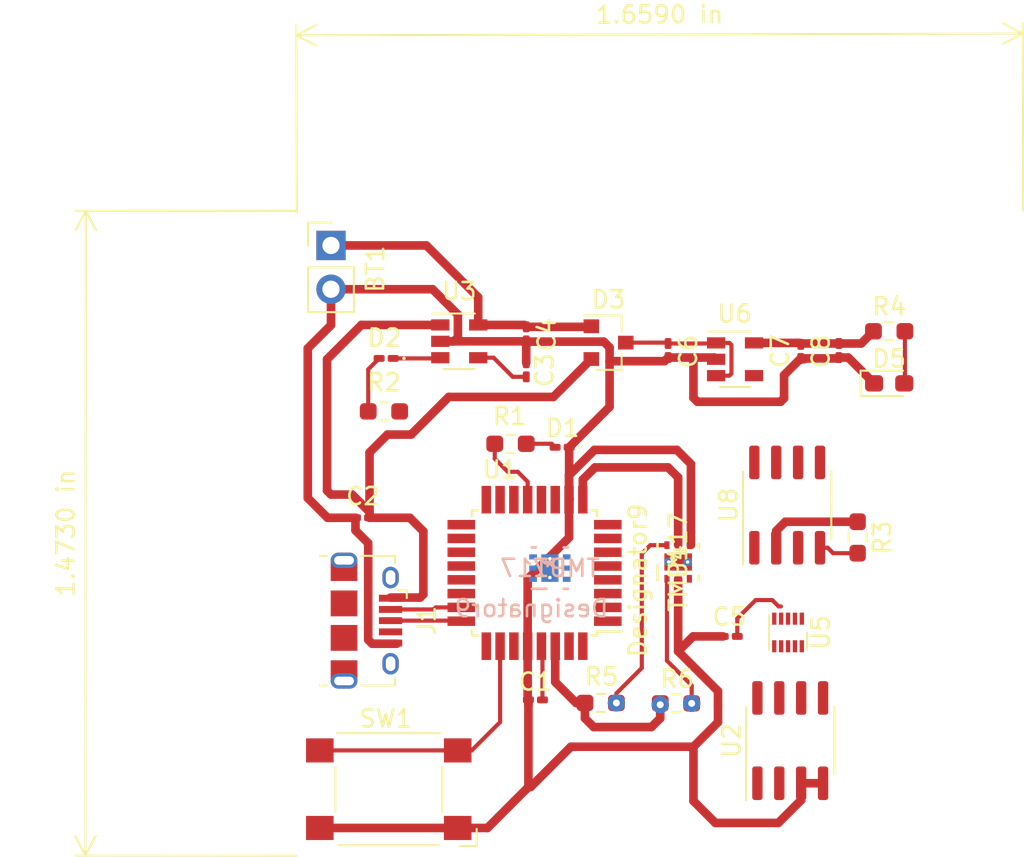
<source format=kicad_pcb>
(kicad_pcb (version 20171130) (host pcbnew "(5.1.9)-1")

  (general
    (thickness 1.6)
    (drawings 6)
    (tracks 186)
    (zones 0)
    (modules 29)
    (nets 54)
  )

  (page A4)
  (title_block
    (title PCB_Temp_PhyAct)
    (date 2021-03-04)
  )

  (layers
    (0 F.Cu signal)
    (31 B.Cu signal)
    (32 B.Adhes user)
    (33 F.Adhes user)
    (34 B.Paste user)
    (35 F.Paste user)
    (36 B.SilkS user)
    (37 F.SilkS user)
    (38 B.Mask user)
    (39 F.Mask user)
    (40 Dwgs.User user)
    (41 Cmts.User user)
    (42 Eco1.User user)
    (43 Eco2.User user)
    (44 Edge.Cuts user)
    (45 Margin user)
    (46 B.CrtYd user)
    (47 F.CrtYd user)
    (48 B.Fab user)
    (49 F.Fab user hide)
  )

  (setup
    (last_trace_width 0.24)
    (trace_clearance 0.24)
    (zone_clearance 0.508)
    (zone_45_only no)
    (trace_min 0.2)
    (via_size 1)
    (via_drill 0.4)
    (via_min_size 0.4)
    (via_min_drill 0.3)
    (uvia_size 0.3)
    (uvia_drill 0.1)
    (uvias_allowed no)
    (uvia_min_size 0.2)
    (uvia_min_drill 0.1)
    (edge_width 0.05)
    (segment_width 0.2)
    (pcb_text_width 0.3)
    (pcb_text_size 1.5 1.5)
    (mod_edge_width 0.12)
    (mod_text_size 1 1)
    (mod_text_width 0.15)
    (pad_size 1.524 1.524)
    (pad_drill 0.762)
    (pad_to_mask_clearance 0)
    (aux_axis_origin 0 0)
    (visible_elements 7FFFFFFF)
    (pcbplotparams
      (layerselection 0x010fc_ffffffff)
      (usegerberextensions false)
      (usegerberattributes true)
      (usegerberadvancedattributes true)
      (creategerberjobfile true)
      (excludeedgelayer true)
      (linewidth 0.100000)
      (plotframeref false)
      (viasonmask false)
      (mode 1)
      (useauxorigin false)
      (hpglpennumber 1)
      (hpglpenspeed 20)
      (hpglpendiameter 15.000000)
      (psnegative false)
      (psa4output false)
      (plotreference true)
      (plotvalue true)
      (plotinvisibletext false)
      (padsonsilk false)
      (subtractmaskfromsilk false)
      (outputformat 1)
      (mirror false)
      (drillshape 1)
      (scaleselection 1)
      (outputdirectory ""))
  )

  (net 0 "")
  (net 1 +BATT)
  (net 2 GND)
  (net 3 "Net-(C1-Pad2)")
  (net 4 VBUS)
  (net 5 "Net-(C3-Pad1)")
  (net 6 "Net-(C5-Pad1)")
  (net 7 "Net-(C6-Pad1)")
  (net 8 +3V3)
  (net 9 "Net-(D1-Pad2)")
  (net 10 "Net-(D2-Pad1)")
  (net 11 "Net-(D2-Pad2)")
  (net 12 "Net-(D5-Pad2)")
  (net 13 /D-)
  (net 14 /D+)
  (net 15 "Net-(J1-Pad4)")
  (net 16 "Net-(J1-Pad6)")
  (net 17 "Net-(R1-Pad1)")
  (net 18 "Net-(R3-Pad2)")
  (net 19 /SDA)
  (net 20 /SCL)
  (net 21 "Net-(SW1-Pad3)")
  (net 22 "Net-(U1-Pad1)")
  (net 23 "Net-(U1-Pad2)")
  (net 24 "Net-(U1-Pad3)")
  (net 25 "Net-(U1-Pad4)")
  (net 26 "Net-(U1-Pad5)")
  (net 27 "Net-(U1-Pad6)")
  (net 28 "Net-(U1-Pad7)")
  (net 29 "Net-(U1-Pad8)")
  (net 30 "Net-(U1-Pad14)")
  (net 31 "Net-(U1-Pad15)")
  (net 32 "Net-(U1-Pad16)")
  (net 33 "Net-(U1-Pad17)")
  (net 34 "Net-(U1-Pad18)")
  (net 35 "Net-(U1-Pad19)")
  (net 36 "Net-(U1-Pad20)")
  (net 37 "Net-(U1-Pad21)")
  (net 38 "Net-(U1-Pad22)")
  (net 39 "Net-(U1-Pad25)")
  (net 40 "Net-(U1-Pad27)")
  (net 41 SWC)
  (net 42 SWD)
  (net 43 "Net-(U2-Pad7)")
  (net 44 "Net-(U2-Pad2)")
  (net 45 "Net-(U2-Pad1)")
  (net 46 "Net-(U4-Pad3)")
  (net 47 "Net-(U5-Pad3)")
  (net 48 "Net-(U5-Pad5)")
  (net 49 "Net-(U6-Pad4)")
  (net 50 "Net-(U7-Pad3)")
  (net 51 "Net-(U8-Pad1)")
  (net 52 "Net-(U8-Pad3)")
  (net 53 "Net-(U8-Pad6)")

  (net_class Default "This is the default net class."
    (clearance 0.24)
    (trace_width 0.24)
    (via_dia 1)
    (via_drill 0.4)
    (uvia_dia 0.3)
    (uvia_drill 0.1)
    (add_net /D+)
    (add_net /D-)
    (add_net /SCL)
    (add_net /SDA)
    (add_net "Net-(C1-Pad2)")
    (add_net "Net-(C3-Pad1)")
    (add_net "Net-(C5-Pad1)")
    (add_net "Net-(C6-Pad1)")
    (add_net "Net-(D1-Pad2)")
    (add_net "Net-(D2-Pad1)")
    (add_net "Net-(D2-Pad2)")
    (add_net "Net-(D5-Pad2)")
    (add_net "Net-(J1-Pad4)")
    (add_net "Net-(J1-Pad6)")
    (add_net "Net-(R1-Pad1)")
    (add_net "Net-(R3-Pad2)")
    (add_net "Net-(SW1-Pad3)")
    (add_net "Net-(U1-Pad1)")
    (add_net "Net-(U1-Pad14)")
    (add_net "Net-(U1-Pad15)")
    (add_net "Net-(U1-Pad16)")
    (add_net "Net-(U1-Pad17)")
    (add_net "Net-(U1-Pad18)")
    (add_net "Net-(U1-Pad19)")
    (add_net "Net-(U1-Pad2)")
    (add_net "Net-(U1-Pad20)")
    (add_net "Net-(U1-Pad21)")
    (add_net "Net-(U1-Pad22)")
    (add_net "Net-(U1-Pad25)")
    (add_net "Net-(U1-Pad27)")
    (add_net "Net-(U1-Pad3)")
    (add_net "Net-(U1-Pad4)")
    (add_net "Net-(U1-Pad5)")
    (add_net "Net-(U1-Pad6)")
    (add_net "Net-(U1-Pad7)")
    (add_net "Net-(U1-Pad8)")
    (add_net "Net-(U2-Pad1)")
    (add_net "Net-(U2-Pad2)")
    (add_net "Net-(U2-Pad7)")
    (add_net "Net-(U4-Pad3)")
    (add_net "Net-(U5-Pad3)")
    (add_net "Net-(U5-Pad5)")
    (add_net "Net-(U6-Pad4)")
    (add_net "Net-(U7-Pad3)")
    (add_net "Net-(U8-Pad1)")
    (add_net "Net-(U8-Pad3)")
    (add_net "Net-(U8-Pad6)")
    (add_net SWC)
    (add_net SWD)
  )

  (net_class PWR ""
    (clearance 0.24)
    (trace_width 0.5)
    (via_dia 1)
    (via_drill 0.4)
    (uvia_dia 0.3)
    (uvia_drill 0.1)
    (add_net +3V3)
    (add_net +BATT)
    (add_net GND)
    (add_net VBUS)
  )

  (module Package_TO_SOT_SMD:SOT-23-5 (layer F.Cu) (tedit 5A02FF57) (tstamp 60475393)
    (at 24.6888 22.8346)
    (descr "5-pin SOT23 package")
    (tags SOT-23-5)
    (path /6037F306)
    (attr smd)
    (fp_text reference U3 (at 0 -2.9) (layer F.SilkS)
      (effects (font (size 1 1) (thickness 0.15)))
    )
    (fp_text value MAX1555 (at 0 2.9) (layer F.Fab)
      (effects (font (size 1 1) (thickness 0.15)))
    )
    (fp_line (start 0.9 -1.55) (end 0.9 1.55) (layer F.Fab) (width 0.1))
    (fp_line (start 0.9 1.55) (end -0.9 1.55) (layer F.Fab) (width 0.1))
    (fp_line (start -0.9 -0.9) (end -0.9 1.55) (layer F.Fab) (width 0.1))
    (fp_line (start 0.9 -1.55) (end -0.25 -1.55) (layer F.Fab) (width 0.1))
    (fp_line (start -0.9 -0.9) (end -0.25 -1.55) (layer F.Fab) (width 0.1))
    (fp_line (start -1.9 1.8) (end -1.9 -1.8) (layer F.CrtYd) (width 0.05))
    (fp_line (start 1.9 1.8) (end -1.9 1.8) (layer F.CrtYd) (width 0.05))
    (fp_line (start 1.9 -1.8) (end 1.9 1.8) (layer F.CrtYd) (width 0.05))
    (fp_line (start -1.9 -1.8) (end 1.9 -1.8) (layer F.CrtYd) (width 0.05))
    (fp_line (start 0.9 -1.61) (end -1.55 -1.61) (layer F.SilkS) (width 0.12))
    (fp_line (start -0.9 1.61) (end 0.9 1.61) (layer F.SilkS) (width 0.12))
    (fp_text user %R (at 0 0 90) (layer F.Fab)
      (effects (font (size 0.5 0.5) (thickness 0.075)))
    )
    (pad 5 smd rect (at 1.1 -0.95) (size 1.06 0.65) (layers F.Cu F.Paste F.Mask)
      (net 1 +BATT))
    (pad 4 smd rect (at 1.1 0.95) (size 1.06 0.65) (layers F.Cu F.Paste F.Mask)
      (net 5 "Net-(C3-Pad1)"))
    (pad 3 smd rect (at -1.1 0.95) (size 1.06 0.65) (layers F.Cu F.Paste F.Mask)
      (net 10 "Net-(D2-Pad1)"))
    (pad 2 smd rect (at -1.1 0) (size 1.06 0.65) (layers F.Cu F.Paste F.Mask)
      (net 2 GND))
    (pad 1 smd rect (at -1.1 -0.95) (size 1.06 0.65) (layers F.Cu F.Paste F.Mask)
      (net 4 VBUS))
    (model ${KISYS3DMOD}/Package_TO_SOT_SMD.3dshapes/SOT-23-5.wrl
      (at (xyz 0 0 0))
      (scale (xyz 1 1 1))
      (rotate (xyz 0 0 0))
    )
  )

  (module LED_SMD:LED_0201_0603Metric_Pad0.64x0.40mm_HandSolder (layer F.Cu) (tedit 5F6BBF83) (tstamp 604753CE)
    (at 20.447 23.8252 180)
    (descr "LED SMD 0201 (0603 Metric), square (rectangular) end terminal, IPC_7351 nominal, (Body size source: https://www.vishay.com/docs/20052/crcw0201e3.pdf), generated with kicad-footprint-generator")
    (tags "LED handsolder")
    (path /60363C01)
    (attr smd)
    (fp_text reference D2 (at 0.1016 1.1938) (layer F.SilkS)
      (effects (font (size 1 1) (thickness 0.15)))
    )
    (fp_text value LED (at 0 1.05) (layer F.Fab)
      (effects (font (size 1 1) (thickness 0.15)))
    )
    (fp_circle (center -1.035 0) (end -0.985 0) (layer F.SilkS) (width 0.1))
    (fp_line (start -0.3 0.15) (end -0.3 -0.15) (layer F.Fab) (width 0.1))
    (fp_line (start -0.3 -0.15) (end 0.3 -0.15) (layer F.Fab) (width 0.1))
    (fp_line (start 0.3 -0.15) (end 0.3 0.15) (layer F.Fab) (width 0.1))
    (fp_line (start 0.3 0.15) (end -0.3 0.15) (layer F.Fab) (width 0.1))
    (fp_line (start -0.2 0.15) (end -0.2 -0.15) (layer F.Fab) (width 0.1))
    (fp_line (start -0.1 0.15) (end -0.1 -0.15) (layer F.Fab) (width 0.1))
    (fp_line (start -0.88 0.35) (end -0.88 -0.35) (layer F.CrtYd) (width 0.05))
    (fp_line (start -0.88 -0.35) (end 0.88 -0.35) (layer F.CrtYd) (width 0.05))
    (fp_line (start 0.88 -0.35) (end 0.88 0.35) (layer F.CrtYd) (width 0.05))
    (fp_line (start 0.88 0.35) (end -0.88 0.35) (layer F.CrtYd) (width 0.05))
    (fp_text user %R (at 0 -0.68) (layer F.Fab)
      (effects (font (size 0.25 0.25) (thickness 0.04)))
    )
    (pad "" smd roundrect (at -0.4325 0 180) (size 0.458 0.36) (layers F.Paste) (roundrect_rratio 0.25))
    (pad "" smd roundrect (at 0.4325 0 180) (size 0.458 0.36) (layers F.Paste) (roundrect_rratio 0.25))
    (pad 1 smd roundrect (at -0.4075 0 180) (size 0.635 0.4) (layers F.Cu F.Mask) (roundrect_rratio 0.25)
      (net 10 "Net-(D2-Pad1)"))
    (pad 2 smd roundrect (at 0.4075 0 180) (size 0.635 0.4) (layers F.Cu F.Mask) (roundrect_rratio 0.25)
      (net 11 "Net-(D2-Pad2)"))
    (model ${KISYS3DMOD}/LED_SMD.3dshapes/LED_0201_0603Metric.wrl
      (at (xyz 0 0 0))
      (scale (xyz 1 1 1))
      (rotate (xyz 0 0 0))
    )
  )

  (module Resistor_SMD:R_0603_1608Metric_Pad0.98x0.95mm_HandSolder (layer F.Cu) (tedit 5F68FEEE) (tstamp 604147D6)
    (at 20.32 26.8986)
    (descr "Resistor SMD 0603 (1608 Metric), square (rectangular) end terminal, IPC_7351 nominal with elongated pad for handsoldering. (Body size source: IPC-SM-782 page 72, https://www.pcb-3d.com/wordpress/wp-content/uploads/ipc-sm-782a_amendment_1_and_2.pdf), generated with kicad-footprint-generator")
    (tags "resistor handsolder")
    (path /60363539)
    (attr smd)
    (fp_text reference R2 (at 0 -1.6764) (layer F.SilkS)
      (effects (font (size 1 1) (thickness 0.15)))
    )
    (fp_text value 1k (at 0 1.43) (layer F.Fab)
      (effects (font (size 1 1) (thickness 0.15)))
    )
    (fp_line (start -0.8 0.4125) (end -0.8 -0.4125) (layer F.Fab) (width 0.1))
    (fp_line (start -0.8 -0.4125) (end 0.8 -0.4125) (layer F.Fab) (width 0.1))
    (fp_line (start 0.8 -0.4125) (end 0.8 0.4125) (layer F.Fab) (width 0.1))
    (fp_line (start 0.8 0.4125) (end -0.8 0.4125) (layer F.Fab) (width 0.1))
    (fp_line (start -0.254724 -0.5225) (end 0.254724 -0.5225) (layer F.SilkS) (width 0.12))
    (fp_line (start -0.254724 0.5225) (end 0.254724 0.5225) (layer F.SilkS) (width 0.12))
    (fp_line (start -1.65 0.73) (end -1.65 -0.73) (layer F.CrtYd) (width 0.05))
    (fp_line (start -1.65 -0.73) (end 1.65 -0.73) (layer F.CrtYd) (width 0.05))
    (fp_line (start 1.65 -0.73) (end 1.65 0.73) (layer F.CrtYd) (width 0.05))
    (fp_line (start 1.65 0.73) (end -1.65 0.73) (layer F.CrtYd) (width 0.05))
    (fp_text user %R (at 0 0) (layer F.Fab)
      (effects (font (size 0.4 0.4) (thickness 0.06)))
    )
    (pad 1 smd roundrect (at -0.9125 0) (size 0.975 0.95) (layers F.Cu F.Paste F.Mask) (roundrect_rratio 0.25)
      (net 11 "Net-(D2-Pad2)"))
    (pad 2 smd roundrect (at 0.9125 0) (size 0.975 0.95) (layers F.Cu F.Paste F.Mask) (roundrect_rratio 0.25)
      (net 8 +3V3))
    (model ${KISYS3DMOD}/Resistor_SMD.3dshapes/R_0603_1608Metric.wrl
      (at (xyz 0 0 0))
      (scale (xyz 1 1 1))
      (rotate (xyz 0 0 0))
    )
  )

  (module Capacitor_SMD:C_0201_0603Metric_Pad0.64x0.40mm_HandSolder (layer F.Cu) (tedit 5F6BB9E0) (tstamp 6047535F)
    (at 28.575 24.4856 90)
    (descr "Capacitor SMD 0201 (0603 Metric), square (rectangular) end terminal, IPC_7351 nominal with elongated pad for handsoldering. (Body size source: https://www.vishay.com/docs/20052/crcw0201e3.pdf), generated with kicad-footprint-generator")
    (tags "capacitor handsolder")
    (path /60363062)
    (attr smd)
    (fp_text reference C3 (at -0.0254 1.0668 90) (layer F.SilkS)
      (effects (font (size 1 1) (thickness 0.15)))
    )
    (fp_text value 100nF (at 0 1.05 90) (layer F.Fab)
      (effects (font (size 1 1) (thickness 0.15)))
    )
    (fp_line (start 0.88 0.35) (end -0.88 0.35) (layer F.CrtYd) (width 0.05))
    (fp_line (start 0.88 -0.35) (end 0.88 0.35) (layer F.CrtYd) (width 0.05))
    (fp_line (start -0.88 -0.35) (end 0.88 -0.35) (layer F.CrtYd) (width 0.05))
    (fp_line (start -0.88 0.35) (end -0.88 -0.35) (layer F.CrtYd) (width 0.05))
    (fp_line (start 0.3 0.15) (end -0.3 0.15) (layer F.Fab) (width 0.1))
    (fp_line (start 0.3 -0.15) (end 0.3 0.15) (layer F.Fab) (width 0.1))
    (fp_line (start -0.3 -0.15) (end 0.3 -0.15) (layer F.Fab) (width 0.1))
    (fp_line (start -0.3 0.15) (end -0.3 -0.15) (layer F.Fab) (width 0.1))
    (fp_text user %R (at 0 -0.68 90) (layer F.Fab)
      (effects (font (size 0.25 0.25) (thickness 0.04)))
    )
    (pad 2 smd roundrect (at 0.4075 0 90) (size 0.635 0.4) (layers F.Cu F.Mask) (roundrect_rratio 0.25)
      (net 2 GND))
    (pad 1 smd roundrect (at -0.4075 0 90) (size 0.635 0.4) (layers F.Cu F.Mask) (roundrect_rratio 0.25)
      (net 5 "Net-(C3-Pad1)"))
    (pad "" smd roundrect (at 0.4325 0 90) (size 0.458 0.36) (layers F.Paste) (roundrect_rratio 0.25))
    (pad "" smd roundrect (at -0.4325 0 90) (size 0.458 0.36) (layers F.Paste) (roundrect_rratio 0.25))
    (model ${KISYS3DMOD}/Capacitor_SMD.3dshapes/C_0201_0603Metric.wrl
      (at (xyz 0 0 0))
      (scale (xyz 1 1 1))
      (rotate (xyz 0 0 0))
    )
  )

  (module Connector_PinHeader_2.54mm:PinHeader_1x02_P2.54mm_Vertical (layer F.Cu) (tedit 59FED5CC) (tstamp 604146B3)
    (at 17.2466 17.272)
    (descr "Through hole straight pin header, 1x02, 2.54mm pitch, single row")
    (tags "Through hole pin header THT 1x02 2.54mm single row")
    (path /60364904)
    (fp_text reference BT1 (at 2.5654 1.3716 90) (layer F.SilkS)
      (effects (font (size 1 1) (thickness 0.15)))
    )
    (fp_text value Battery_Cell (at 0 4.87) (layer F.Fab)
      (effects (font (size 1 1) (thickness 0.15)))
    )
    (fp_line (start -0.635 -1.27) (end 1.27 -1.27) (layer F.Fab) (width 0.1))
    (fp_line (start 1.27 -1.27) (end 1.27 3.81) (layer F.Fab) (width 0.1))
    (fp_line (start 1.27 3.81) (end -1.27 3.81) (layer F.Fab) (width 0.1))
    (fp_line (start -1.27 3.81) (end -1.27 -0.635) (layer F.Fab) (width 0.1))
    (fp_line (start -1.27 -0.635) (end -0.635 -1.27) (layer F.Fab) (width 0.1))
    (fp_line (start -1.33 3.87) (end 1.33 3.87) (layer F.SilkS) (width 0.12))
    (fp_line (start -1.33 1.27) (end -1.33 3.87) (layer F.SilkS) (width 0.12))
    (fp_line (start 1.33 1.27) (end 1.33 3.87) (layer F.SilkS) (width 0.12))
    (fp_line (start -1.33 1.27) (end 1.33 1.27) (layer F.SilkS) (width 0.12))
    (fp_line (start -1.33 0) (end -1.33 -1.33) (layer F.SilkS) (width 0.12))
    (fp_line (start -1.33 -1.33) (end 0 -1.33) (layer F.SilkS) (width 0.12))
    (fp_line (start -1.8 -1.8) (end -1.8 4.35) (layer F.CrtYd) (width 0.05))
    (fp_line (start -1.8 4.35) (end 1.8 4.35) (layer F.CrtYd) (width 0.05))
    (fp_line (start 1.8 4.35) (end 1.8 -1.8) (layer F.CrtYd) (width 0.05))
    (fp_line (start 1.8 -1.8) (end -1.8 -1.8) (layer F.CrtYd) (width 0.05))
    (fp_text user %R (at 0 1.27 -270) (layer F.Fab)
      (effects (font (size 1 1) (thickness 0.15)))
    )
    (pad 1 thru_hole rect (at 0 0) (size 1.7 1.7) (drill 1) (layers *.Cu *.Mask)
      (net 1 +BATT))
    (pad 2 thru_hole oval (at 0 2.54) (size 1.7 1.7) (drill 1) (layers *.Cu *.Mask)
      (net 2 GND))
    (model ${KISYS3DMOD}/Connector_PinHeader_2.54mm.3dshapes/PinHeader_1x02_P2.54mm_Vertical.wrl
      (at (xyz 0 0 0))
      (scale (xyz 1 1 1))
      (rotate (xyz 0 0 0))
    )
  )

  (module Capacitor_SMD:C_0201_0603Metric_Pad0.64x0.40mm_HandSolder (layer F.Cu) (tedit 5F6BB9E0) (tstamp 604146C4)
    (at 29.1084 43.6372)
    (descr "Capacitor SMD 0201 (0603 Metric), square (rectangular) end terminal, IPC_7351 nominal with elongated pad for handsoldering. (Body size source: https://www.vishay.com/docs/20052/crcw0201e3.pdf), generated with kicad-footprint-generator")
    (tags "capacitor handsolder")
    (path /6038DC26)
    (attr smd)
    (fp_text reference C1 (at 0 -1.05) (layer F.SilkS)
      (effects (font (size 1 1) (thickness 0.15)))
    )
    (fp_text value 1uF (at 0 1.05) (layer F.Fab)
      (effects (font (size 1 1) (thickness 0.15)))
    )
    (fp_line (start -0.3 0.15) (end -0.3 -0.15) (layer F.Fab) (width 0.1))
    (fp_line (start -0.3 -0.15) (end 0.3 -0.15) (layer F.Fab) (width 0.1))
    (fp_line (start 0.3 -0.15) (end 0.3 0.15) (layer F.Fab) (width 0.1))
    (fp_line (start 0.3 0.15) (end -0.3 0.15) (layer F.Fab) (width 0.1))
    (fp_line (start -0.88 0.35) (end -0.88 -0.35) (layer F.CrtYd) (width 0.05))
    (fp_line (start -0.88 -0.35) (end 0.88 -0.35) (layer F.CrtYd) (width 0.05))
    (fp_line (start 0.88 -0.35) (end 0.88 0.35) (layer F.CrtYd) (width 0.05))
    (fp_line (start 0.88 0.35) (end -0.88 0.35) (layer F.CrtYd) (width 0.05))
    (fp_text user %R (at 0 -0.68) (layer F.Fab)
      (effects (font (size 0.25 0.25) (thickness 0.04)))
    )
    (pad "" smd roundrect (at -0.4325 0) (size 0.458 0.36) (layers F.Paste) (roundrect_rratio 0.25))
    (pad "" smd roundrect (at 0.4325 0) (size 0.458 0.36) (layers F.Paste) (roundrect_rratio 0.25))
    (pad 1 smd roundrect (at -0.4075 0) (size 0.635 0.4) (layers F.Cu F.Mask) (roundrect_rratio 0.25)
      (net 2 GND))
    (pad 2 smd roundrect (at 0.4075 0) (size 0.635 0.4) (layers F.Cu F.Mask) (roundrect_rratio 0.25)
      (net 3 "Net-(C1-Pad2)"))
    (model ${KISYS3DMOD}/Capacitor_SMD.3dshapes/C_0201_0603Metric.wrl
      (at (xyz 0 0 0))
      (scale (xyz 1 1 1))
      (rotate (xyz 0 0 0))
    )
  )

  (module Capacitor_SMD:C_0201_0603Metric_Pad0.64x0.40mm_HandSolder (layer F.Cu) (tedit 5F6BB9E0) (tstamp 604146D5)
    (at 19.0754 33.0708 180)
    (descr "Capacitor SMD 0201 (0603 Metric), square (rectangular) end terminal, IPC_7351 nominal with elongated pad for handsoldering. (Body size source: https://www.vishay.com/docs/20052/crcw0201e3.pdf), generated with kicad-footprint-generator")
    (tags "capacitor handsolder")
    (path /603622F9)
    (attr smd)
    (fp_text reference C2 (at -0.0254 1.2446) (layer F.SilkS)
      (effects (font (size 1 1) (thickness 0.15)))
    )
    (fp_text value 100nF (at 0 1.05) (layer F.Fab)
      (effects (font (size 1 1) (thickness 0.15)))
    )
    (fp_line (start 0.88 0.35) (end -0.88 0.35) (layer F.CrtYd) (width 0.05))
    (fp_line (start 0.88 -0.35) (end 0.88 0.35) (layer F.CrtYd) (width 0.05))
    (fp_line (start -0.88 -0.35) (end 0.88 -0.35) (layer F.CrtYd) (width 0.05))
    (fp_line (start -0.88 0.35) (end -0.88 -0.35) (layer F.CrtYd) (width 0.05))
    (fp_line (start 0.3 0.15) (end -0.3 0.15) (layer F.Fab) (width 0.1))
    (fp_line (start 0.3 -0.15) (end 0.3 0.15) (layer F.Fab) (width 0.1))
    (fp_line (start -0.3 -0.15) (end 0.3 -0.15) (layer F.Fab) (width 0.1))
    (fp_line (start -0.3 0.15) (end -0.3 -0.15) (layer F.Fab) (width 0.1))
    (fp_text user %R (at 0 -0.68) (layer F.Fab)
      (effects (font (size 0.25 0.25) (thickness 0.04)))
    )
    (pad 2 smd roundrect (at 0.4075 0 180) (size 0.635 0.4) (layers F.Cu F.Mask) (roundrect_rratio 0.25)
      (net 2 GND))
    (pad 1 smd roundrect (at -0.4075 0 180) (size 0.635 0.4) (layers F.Cu F.Mask) (roundrect_rratio 0.25)
      (net 4 VBUS))
    (pad "" smd roundrect (at 0.4325 0 180) (size 0.458 0.36) (layers F.Paste) (roundrect_rratio 0.25))
    (pad "" smd roundrect (at -0.4325 0 180) (size 0.458 0.36) (layers F.Paste) (roundrect_rratio 0.25))
    (model ${KISYS3DMOD}/Capacitor_SMD.3dshapes/C_0201_0603Metric.wrl
      (at (xyz 0 0 0))
      (scale (xyz 1 1 1))
      (rotate (xyz 0 0 0))
    )
  )

  (module Capacitor_SMD:C_0201_0603Metric_Pad0.64x0.40mm_HandSolder (layer F.Cu) (tedit 5F6BB9E0) (tstamp 604751E8)
    (at 28.575 22.4028 270)
    (descr "Capacitor SMD 0201 (0603 Metric), square (rectangular) end terminal, IPC_7351 nominal with elongated pad for handsoldering. (Body size source: https://www.vishay.com/docs/20052/crcw0201e3.pdf), generated with kicad-footprint-generator")
    (tags "capacitor handsolder")
    (path /6036289E)
    (attr smd)
    (fp_text reference C4 (at 0.0508 -1.1938 270) (layer F.SilkS)
      (effects (font (size 1 1) (thickness 0.15)))
    )
    (fp_text value 100nF (at 0 1.05 90) (layer F.Fab)
      (effects (font (size 1 1) (thickness 0.15)))
    )
    (fp_line (start -0.3 0.15) (end -0.3 -0.15) (layer F.Fab) (width 0.1))
    (fp_line (start -0.3 -0.15) (end 0.3 -0.15) (layer F.Fab) (width 0.1))
    (fp_line (start 0.3 -0.15) (end 0.3 0.15) (layer F.Fab) (width 0.1))
    (fp_line (start 0.3 0.15) (end -0.3 0.15) (layer F.Fab) (width 0.1))
    (fp_line (start -0.88 0.35) (end -0.88 -0.35) (layer F.CrtYd) (width 0.05))
    (fp_line (start -0.88 -0.35) (end 0.88 -0.35) (layer F.CrtYd) (width 0.05))
    (fp_line (start 0.88 -0.35) (end 0.88 0.35) (layer F.CrtYd) (width 0.05))
    (fp_line (start 0.88 0.35) (end -0.88 0.35) (layer F.CrtYd) (width 0.05))
    (fp_text user %R (at 0 -0.68 90) (layer F.Fab)
      (effects (font (size 0.25 0.25) (thickness 0.04)))
    )
    (pad "" smd roundrect (at -0.4325 0 270) (size 0.458 0.36) (layers F.Paste) (roundrect_rratio 0.25))
    (pad "" smd roundrect (at 0.4325 0 270) (size 0.458 0.36) (layers F.Paste) (roundrect_rratio 0.25))
    (pad 1 smd roundrect (at -0.4075 0 270) (size 0.635 0.4) (layers F.Cu F.Mask) (roundrect_rratio 0.25)
      (net 1 +BATT))
    (pad 2 smd roundrect (at 0.4075 0 270) (size 0.635 0.4) (layers F.Cu F.Mask) (roundrect_rratio 0.25)
      (net 2 GND))
    (model ${KISYS3DMOD}/Capacitor_SMD.3dshapes/C_0201_0603Metric.wrl
      (at (xyz 0 0 0))
      (scale (xyz 1 1 1))
      (rotate (xyz 0 0 0))
    )
  )

  (module Capacitor_SMD:C_0201_0603Metric_Pad0.64x0.40mm_HandSolder (layer F.Cu) (tedit 5F6BB9E0) (tstamp 60414708)
    (at 40.4114 39.9542 180)
    (descr "Capacitor SMD 0201 (0603 Metric), square (rectangular) end terminal, IPC_7351 nominal with elongated pad for handsoldering. (Body size source: https://www.vishay.com/docs/20052/crcw0201e3.pdf), generated with kicad-footprint-generator")
    (tags "capacitor handsolder")
    (path /603CD52D)
    (attr smd)
    (fp_text reference C5 (at 0.0508 1.143) (layer F.SilkS)
      (effects (font (size 1 1) (thickness 0.15)))
    )
    (fp_text value 0,1uF (at 0 1.05) (layer F.Fab)
      (effects (font (size 1 1) (thickness 0.15)))
    )
    (fp_line (start 0.88 0.35) (end -0.88 0.35) (layer F.CrtYd) (width 0.05))
    (fp_line (start 0.88 -0.35) (end 0.88 0.35) (layer F.CrtYd) (width 0.05))
    (fp_line (start -0.88 -0.35) (end 0.88 -0.35) (layer F.CrtYd) (width 0.05))
    (fp_line (start -0.88 0.35) (end -0.88 -0.35) (layer F.CrtYd) (width 0.05))
    (fp_line (start 0.3 0.15) (end -0.3 0.15) (layer F.Fab) (width 0.1))
    (fp_line (start 0.3 -0.15) (end 0.3 0.15) (layer F.Fab) (width 0.1))
    (fp_line (start -0.3 -0.15) (end 0.3 -0.15) (layer F.Fab) (width 0.1))
    (fp_line (start -0.3 0.15) (end -0.3 -0.15) (layer F.Fab) (width 0.1))
    (fp_text user %R (at 0 -0.68) (layer F.Fab)
      (effects (font (size 0.25 0.25) (thickness 0.04)))
    )
    (pad 2 smd roundrect (at 0.4075 0 180) (size 0.635 0.4) (layers F.Cu F.Mask) (roundrect_rratio 0.25)
      (net 2 GND))
    (pad 1 smd roundrect (at -0.4075 0 180) (size 0.635 0.4) (layers F.Cu F.Mask) (roundrect_rratio 0.25)
      (net 6 "Net-(C5-Pad1)"))
    (pad "" smd roundrect (at 0.4325 0 180) (size 0.458 0.36) (layers F.Paste) (roundrect_rratio 0.25))
    (pad "" smd roundrect (at -0.4325 0 180) (size 0.458 0.36) (layers F.Paste) (roundrect_rratio 0.25))
    (model ${KISYS3DMOD}/Capacitor_SMD.3dshapes/C_0201_0603Metric.wrl
      (at (xyz 0 0 0))
      (scale (xyz 1 1 1))
      (rotate (xyz 0 0 0))
    )
  )

  (module Capacitor_SMD:C_0201_0603Metric_Pad0.64x0.40mm_HandSolder (layer F.Cu) (tedit 5F6BB9E0) (tstamp 604751B8)
    (at 36.8046 23.368 270)
    (descr "Capacitor SMD 0201 (0603 Metric), square (rectangular) end terminal, IPC_7351 nominal with elongated pad for handsoldering. (Body size source: https://www.vishay.com/docs/20052/crcw0201e3.pdf), generated with kicad-footprint-generator")
    (tags "capacitor handsolder")
    (path /60358B95)
    (attr smd)
    (fp_text reference C6 (at 0.0508 -1.1684 90) (layer F.SilkS)
      (effects (font (size 1 1) (thickness 0.15)))
    )
    (fp_text value 10uF (at 0 1.05 90) (layer F.Fab)
      (effects (font (size 1 1) (thickness 0.15)))
    )
    (fp_line (start -0.3 0.15) (end -0.3 -0.15) (layer F.Fab) (width 0.1))
    (fp_line (start -0.3 -0.15) (end 0.3 -0.15) (layer F.Fab) (width 0.1))
    (fp_line (start 0.3 -0.15) (end 0.3 0.15) (layer F.Fab) (width 0.1))
    (fp_line (start 0.3 0.15) (end -0.3 0.15) (layer F.Fab) (width 0.1))
    (fp_line (start -0.88 0.35) (end -0.88 -0.35) (layer F.CrtYd) (width 0.05))
    (fp_line (start -0.88 -0.35) (end 0.88 -0.35) (layer F.CrtYd) (width 0.05))
    (fp_line (start 0.88 -0.35) (end 0.88 0.35) (layer F.CrtYd) (width 0.05))
    (fp_line (start 0.88 0.35) (end -0.88 0.35) (layer F.CrtYd) (width 0.05))
    (fp_text user %R (at 0 -0.68 90) (layer F.Fab)
      (effects (font (size 0.25 0.25) (thickness 0.04)))
    )
    (pad "" smd roundrect (at -0.4325 0 270) (size 0.458 0.36) (layers F.Paste) (roundrect_rratio 0.25))
    (pad "" smd roundrect (at 0.4325 0 270) (size 0.458 0.36) (layers F.Paste) (roundrect_rratio 0.25))
    (pad 1 smd roundrect (at -0.4075 0 270) (size 0.635 0.4) (layers F.Cu F.Mask) (roundrect_rratio 0.25)
      (net 7 "Net-(C6-Pad1)"))
    (pad 2 smd roundrect (at 0.4075 0 270) (size 0.635 0.4) (layers F.Cu F.Mask) (roundrect_rratio 0.25)
      (net 2 GND))
    (model ${KISYS3DMOD}/Capacitor_SMD.3dshapes/C_0201_0603Metric.wrl
      (at (xyz 0 0 0))
      (scale (xyz 1 1 1))
      (rotate (xyz 0 0 0))
    )
  )

  (module Capacitor_SMD:C_0201_0603Metric_Pad0.64x0.40mm_HandSolder (layer F.Cu) (tedit 5F6BB9E0) (tstamp 60475188)
    (at 44.5008 23.4188 270)
    (descr "Capacitor SMD 0201 (0603 Metric), square (rectangular) end terminal, IPC_7351 nominal with elongated pad for handsoldering. (Body size source: https://www.vishay.com/docs/20052/crcw0201e3.pdf), generated with kicad-footprint-generator")
    (tags "capacitor handsolder")
    (path /60357F94)
    (attr smd)
    (fp_text reference C7 (at -0.0254 1.1938 90) (layer F.SilkS)
      (effects (font (size 1 1) (thickness 0.15)))
    )
    (fp_text value 10uF (at 0 1.05 90) (layer F.Fab)
      (effects (font (size 1 1) (thickness 0.15)))
    )
    (fp_line (start 0.88 0.35) (end -0.88 0.35) (layer F.CrtYd) (width 0.05))
    (fp_line (start 0.88 -0.35) (end 0.88 0.35) (layer F.CrtYd) (width 0.05))
    (fp_line (start -0.88 -0.35) (end 0.88 -0.35) (layer F.CrtYd) (width 0.05))
    (fp_line (start -0.88 0.35) (end -0.88 -0.35) (layer F.CrtYd) (width 0.05))
    (fp_line (start 0.3 0.15) (end -0.3 0.15) (layer F.Fab) (width 0.1))
    (fp_line (start 0.3 -0.15) (end 0.3 0.15) (layer F.Fab) (width 0.1))
    (fp_line (start -0.3 -0.15) (end 0.3 -0.15) (layer F.Fab) (width 0.1))
    (fp_line (start -0.3 0.15) (end -0.3 -0.15) (layer F.Fab) (width 0.1))
    (fp_text user %R (at 0 -0.68 90) (layer F.Fab)
      (effects (font (size 0.25 0.25) (thickness 0.04)))
    )
    (pad 2 smd roundrect (at 0.4075 0 270) (size 0.635 0.4) (layers F.Cu F.Mask) (roundrect_rratio 0.25)
      (net 2 GND))
    (pad 1 smd roundrect (at -0.4075 0 270) (size 0.635 0.4) (layers F.Cu F.Mask) (roundrect_rratio 0.25)
      (net 8 +3V3))
    (pad "" smd roundrect (at 0.4325 0 270) (size 0.458 0.36) (layers F.Paste) (roundrect_rratio 0.25))
    (pad "" smd roundrect (at -0.4325 0 270) (size 0.458 0.36) (layers F.Paste) (roundrect_rratio 0.25))
    (model ${KISYS3DMOD}/Capacitor_SMD.3dshapes/C_0201_0603Metric.wrl
      (at (xyz 0 0 0))
      (scale (xyz 1 1 1))
      (rotate (xyz 0 0 0))
    )
  )

  (module Capacitor_SMD:C_0201_0603Metric_Pad0.64x0.40mm_HandSolder (layer F.Cu) (tedit 5F6BB9E0) (tstamp 60475158)
    (at 46.7106 23.368 270)
    (descr "Capacitor SMD 0201 (0603 Metric), square (rectangular) end terminal, IPC_7351 nominal with elongated pad for handsoldering. (Body size source: https://www.vishay.com/docs/20052/crcw0201e3.pdf), generated with kicad-footprint-generator")
    (tags "capacitor handsolder")
    (path /603D88AF)
    (attr smd)
    (fp_text reference C8 (at 0.0508 1.0414 90) (layer F.SilkS)
      (effects (font (size 1 1) (thickness 0.15)))
    )
    (fp_text value 100nF (at 0 1.05 90) (layer F.Fab)
      (effects (font (size 1 1) (thickness 0.15)))
    )
    (fp_line (start -0.3 0.15) (end -0.3 -0.15) (layer F.Fab) (width 0.1))
    (fp_line (start -0.3 -0.15) (end 0.3 -0.15) (layer F.Fab) (width 0.1))
    (fp_line (start 0.3 -0.15) (end 0.3 0.15) (layer F.Fab) (width 0.1))
    (fp_line (start 0.3 0.15) (end -0.3 0.15) (layer F.Fab) (width 0.1))
    (fp_line (start -0.88 0.35) (end -0.88 -0.35) (layer F.CrtYd) (width 0.05))
    (fp_line (start -0.88 -0.35) (end 0.88 -0.35) (layer F.CrtYd) (width 0.05))
    (fp_line (start 0.88 -0.35) (end 0.88 0.35) (layer F.CrtYd) (width 0.05))
    (fp_line (start 0.88 0.35) (end -0.88 0.35) (layer F.CrtYd) (width 0.05))
    (fp_text user %R (at 0 -0.68 90) (layer F.Fab)
      (effects (font (size 0.25 0.25) (thickness 0.04)))
    )
    (pad "" smd roundrect (at -0.4325 0 270) (size 0.458 0.36) (layers F.Paste) (roundrect_rratio 0.25))
    (pad "" smd roundrect (at 0.4325 0 270) (size 0.458 0.36) (layers F.Paste) (roundrect_rratio 0.25))
    (pad 1 smd roundrect (at -0.4075 0 270) (size 0.635 0.4) (layers F.Cu F.Mask) (roundrect_rratio 0.25)
      (net 8 +3V3))
    (pad 2 smd roundrect (at 0.4075 0 270) (size 0.635 0.4) (layers F.Cu F.Mask) (roundrect_rratio 0.25)
      (net 2 GND))
    (model ${KISYS3DMOD}/Capacitor_SMD.3dshapes/C_0201_0603Metric.wrl
      (at (xyz 0 0 0))
      (scale (xyz 1 1 1))
      (rotate (xyz 0 0 0))
    )
  )

  (module LED_SMD:LED_0201_0603Metric_Pad0.64x0.40mm_HandSolder (layer F.Cu) (tedit 5F6BBF83) (tstamp 604273B8)
    (at 30.6578 28.9814 180)
    (descr "LED SMD 0201 (0603 Metric), square (rectangular) end terminal, IPC_7351 nominal, (Body size source: https://www.vishay.com/docs/20052/crcw0201e3.pdf), generated with kicad-footprint-generator")
    (tags "LED handsolder")
    (path /603A1739)
    (attr smd)
    (fp_text reference D1 (at -0.0254 1.1176) (layer F.SilkS)
      (effects (font (size 1 1) (thickness 0.15)))
    )
    (fp_text value LED (at 0 1.05) (layer F.Fab)
      (effects (font (size 1 1) (thickness 0.15)))
    )
    (fp_line (start 0.88 0.35) (end -0.88 0.35) (layer F.CrtYd) (width 0.05))
    (fp_line (start 0.88 -0.35) (end 0.88 0.35) (layer F.CrtYd) (width 0.05))
    (fp_line (start -0.88 -0.35) (end 0.88 -0.35) (layer F.CrtYd) (width 0.05))
    (fp_line (start -0.88 0.35) (end -0.88 -0.35) (layer F.CrtYd) (width 0.05))
    (fp_line (start -0.1 0.15) (end -0.1 -0.15) (layer F.Fab) (width 0.1))
    (fp_line (start -0.2 0.15) (end -0.2 -0.15) (layer F.Fab) (width 0.1))
    (fp_line (start 0.3 0.15) (end -0.3 0.15) (layer F.Fab) (width 0.1))
    (fp_line (start 0.3 -0.15) (end 0.3 0.15) (layer F.Fab) (width 0.1))
    (fp_line (start -0.3 -0.15) (end 0.3 -0.15) (layer F.Fab) (width 0.1))
    (fp_line (start -0.3 0.15) (end -0.3 -0.15) (layer F.Fab) (width 0.1))
    (fp_circle (center -1.035 0) (end -0.985 0) (layer F.SilkS) (width 0.1))
    (fp_text user %R (at 0 -0.68) (layer F.Fab)
      (effects (font (size 0.25 0.25) (thickness 0.04)))
    )
    (pad 2 smd roundrect (at 0.4075 0 180) (size 0.635 0.4) (layers F.Cu F.Mask) (roundrect_rratio 0.25)
      (net 9 "Net-(D1-Pad2)"))
    (pad 1 smd roundrect (at -0.4075 0 180) (size 0.635 0.4) (layers F.Cu F.Mask) (roundrect_rratio 0.25)
      (net 2 GND))
    (pad "" smd roundrect (at 0.4325 0 180) (size 0.458 0.36) (layers F.Paste) (roundrect_rratio 0.25))
    (pad "" smd roundrect (at -0.4325 0 180) (size 0.458 0.36) (layers F.Paste) (roundrect_rratio 0.25))
    (model ${KISYS3DMOD}/LED_SMD.3dshapes/LED_0201_0603Metric.wrl
      (at (xyz 0 0 0))
      (scale (xyz 1 1 1))
      (rotate (xyz 0 0 0))
    )
  )

  (module Package_TO_SOT_SMD:SOT-23 (layer F.Cu) (tedit 5A02FF57) (tstamp 60475120)
    (at 33.3502 22.9108)
    (descr "SOT-23, Standard")
    (tags SOT-23)
    (path /604250CE)
    (attr smd)
    (fp_text reference D3 (at 0 -2.5) (layer F.SilkS)
      (effects (font (size 1 1) (thickness 0.15)))
    )
    (fp_text value BAT54C (at 0 2.5) (layer F.Fab)
      (effects (font (size 1 1) (thickness 0.15)))
    )
    (fp_line (start -0.7 -0.95) (end -0.7 1.5) (layer F.Fab) (width 0.1))
    (fp_line (start -0.15 -1.52) (end 0.7 -1.52) (layer F.Fab) (width 0.1))
    (fp_line (start -0.7 -0.95) (end -0.15 -1.52) (layer F.Fab) (width 0.1))
    (fp_line (start 0.7 -1.52) (end 0.7 1.52) (layer F.Fab) (width 0.1))
    (fp_line (start -0.7 1.52) (end 0.7 1.52) (layer F.Fab) (width 0.1))
    (fp_line (start 0.76 1.58) (end 0.76 0.65) (layer F.SilkS) (width 0.12))
    (fp_line (start 0.76 -1.58) (end 0.76 -0.65) (layer F.SilkS) (width 0.12))
    (fp_line (start -1.7 -1.75) (end 1.7 -1.75) (layer F.CrtYd) (width 0.05))
    (fp_line (start 1.7 -1.75) (end 1.7 1.75) (layer F.CrtYd) (width 0.05))
    (fp_line (start 1.7 1.75) (end -1.7 1.75) (layer F.CrtYd) (width 0.05))
    (fp_line (start -1.7 1.75) (end -1.7 -1.75) (layer F.CrtYd) (width 0.05))
    (fp_line (start 0.76 -1.58) (end -1.4 -1.58) (layer F.SilkS) (width 0.12))
    (fp_line (start 0.76 1.58) (end -0.7 1.58) (layer F.SilkS) (width 0.12))
    (fp_text user %R (at 0 0 90) (layer F.Fab)
      (effects (font (size 0.5 0.5) (thickness 0.075)))
    )
    (pad 1 smd rect (at -1 -0.95) (size 0.9 0.8) (layers F.Cu F.Paste F.Mask)
      (net 1 +BATT))
    (pad 2 smd rect (at -1 0.95) (size 0.9 0.8) (layers F.Cu F.Paste F.Mask)
      (net 4 VBUS))
    (pad 3 smd rect (at 1 0) (size 0.9 0.8) (layers F.Cu F.Paste F.Mask)
      (net 7 "Net-(C6-Pad1)"))
    (model ${KISYS3DMOD}/Package_TO_SOT_SMD.3dshapes/SOT-23.wrl
      (at (xyz 0 0 0))
      (scale (xyz 1 1 1))
      (rotate (xyz 0 0 0))
    )
  )

  (module LED_SMD:LED_0603_1608Metric_Pad1.05x0.95mm_HandSolder (layer F.Cu) (tedit 5F68FEF1) (tstamp 6047532B)
    (at 49.6316 25.273)
    (descr "LED SMD 0603 (1608 Metric), square (rectangular) end terminal, IPC_7351 nominal, (Body size source: http://www.tortai-tech.com/upload/download/2011102023233369053.pdf), generated with kicad-footprint-generator")
    (tags "LED handsolder")
    (path /6036A0D6)
    (attr smd)
    (fp_text reference D5 (at 0 -1.43) (layer F.SilkS)
      (effects (font (size 1 1) (thickness 0.15)))
    )
    (fp_text value LED (at 0 1.43) (layer F.Fab)
      (effects (font (size 1 1) (thickness 0.15)))
    )
    (fp_line (start 1.65 0.73) (end -1.65 0.73) (layer F.CrtYd) (width 0.05))
    (fp_line (start 1.65 -0.73) (end 1.65 0.73) (layer F.CrtYd) (width 0.05))
    (fp_line (start -1.65 -0.73) (end 1.65 -0.73) (layer F.CrtYd) (width 0.05))
    (fp_line (start -1.65 0.73) (end -1.65 -0.73) (layer F.CrtYd) (width 0.05))
    (fp_line (start -1.66 0.735) (end 0.8 0.735) (layer F.SilkS) (width 0.12))
    (fp_line (start -1.66 -0.735) (end -1.66 0.735) (layer F.SilkS) (width 0.12))
    (fp_line (start 0.8 -0.735) (end -1.66 -0.735) (layer F.SilkS) (width 0.12))
    (fp_line (start 0.8 0.4) (end 0.8 -0.4) (layer F.Fab) (width 0.1))
    (fp_line (start -0.8 0.4) (end 0.8 0.4) (layer F.Fab) (width 0.1))
    (fp_line (start -0.8 -0.1) (end -0.8 0.4) (layer F.Fab) (width 0.1))
    (fp_line (start -0.5 -0.4) (end -0.8 -0.1) (layer F.Fab) (width 0.1))
    (fp_line (start 0.8 -0.4) (end -0.5 -0.4) (layer F.Fab) (width 0.1))
    (fp_text user %R (at 0 0) (layer F.Fab)
      (effects (font (size 0.4 0.4) (thickness 0.06)))
    )
    (pad 2 smd roundrect (at 0.875 0) (size 1.05 0.95) (layers F.Cu F.Paste F.Mask) (roundrect_rratio 0.25)
      (net 12 "Net-(D5-Pad2)"))
    (pad 1 smd roundrect (at -0.875 0) (size 1.05 0.95) (layers F.Cu F.Paste F.Mask) (roundrect_rratio 0.25)
      (net 2 GND))
    (model ${KISYS3DMOD}/LED_SMD.3dshapes/LED_0603_1608Metric.wrl
      (at (xyz 0 0 0))
      (scale (xyz 1 1 1))
      (rotate (xyz 0 0 0))
    )
  )

  (module Connector_USB:USB_Micro-B_Amphenol_10118194_Horizontal (layer F.Cu) (tedit 5F2142B6) (tstamp 604147B4)
    (at 19.304 39.0398 270)
    (descr "USB Micro-B receptacle, horizontal, SMD, 10118194, https://cdn.amphenol-icc.com/media/wysiwyg/files/drawing/10118194.pdf")
    (tags "USB Micro B horizontal SMD")
    (path /6038DC89)
    (attr smd)
    (fp_text reference J1 (at 0 -3.5 90) (layer F.SilkS)
      (effects (font (size 1 1) (thickness 0.15)))
    )
    (fp_text value USB_B_Micro (at 0 4.75 90) (layer F.Fab)
      (effects (font (size 1 1) (thickness 0.15)))
    )
    (fp_line (start -3.65 -0.55) (end -2.65 -1.55) (layer F.Fab) (width 0.1))
    (fp_line (start -1.76 -1.89) (end -1.76 -2.34) (layer F.SilkS) (width 0.12))
    (fp_line (start -1.31 -2.34) (end -1.76 -2.34) (layer F.SilkS) (width 0.12))
    (fp_line (start 4.45 -2.58) (end 4.45 3.95) (layer F.CrtYd) (width 0.05))
    (fp_line (start -4.45 -2.58) (end -4.45 3.95) (layer F.CrtYd) (width 0.05))
    (fp_line (start -4.45 -2.58) (end 4.45 -2.58) (layer F.CrtYd) (width 0.05))
    (fp_line (start -4.45 3.95) (end 4.45 3.95) (layer F.CrtYd) (width 0.05))
    (fp_line (start 3 2.75) (end -3 2.75) (layer Dwgs.User) (width 0.1))
    (fp_line (start -3.76 -1.66) (end -3.34 -1.66) (layer F.SilkS) (width 0.12))
    (fp_line (start -3.76 0.32) (end -3.76 -1.66) (layer F.SilkS) (width 0.12))
    (fp_line (start -3.76 2.69) (end -3.76 2.29) (layer F.SilkS) (width 0.12))
    (fp_line (start 3.76 2.29) (end 3.76 2.69) (layer F.SilkS) (width 0.12))
    (fp_line (start 3.76 -1.66) (end 3.34 -1.66) (layer F.SilkS) (width 0.12))
    (fp_line (start 3.76 0.32) (end 3.76 -1.66) (layer F.SilkS) (width 0.12))
    (fp_line (start -3.65 3.45) (end -3.65 -0.55) (layer F.Fab) (width 0.1))
    (fp_line (start 3.65 3.45) (end -3.65 3.45) (layer F.Fab) (width 0.1))
    (fp_line (start 3.65 -1.55) (end 3.65 3.45) (layer F.Fab) (width 0.1))
    (fp_line (start -2.65 -1.55) (end 3.65 -1.55) (layer F.Fab) (width 0.1))
    (fp_text user %R (at 0 -0.05 90) (layer F.Fab)
      (effects (font (size 1 1) (thickness 0.15)))
    )
    (fp_text user "PCB Edge" (at 0 2.75 90) (layer Dwgs.User)
      (effects (font (size 0.5 0.5) (thickness 0.08)))
    )
    (pad 1 smd rect (at -1.3 -1.4 270) (size 0.4 1.35) (layers F.Cu F.Paste F.Mask)
      (net 4 VBUS))
    (pad 2 smd rect (at -0.65 -1.4 270) (size 0.4 1.35) (layers F.Cu F.Paste F.Mask)
      (net 13 /D-))
    (pad 3 smd rect (at 0 -1.4 270) (size 0.4 1.35) (layers F.Cu F.Paste F.Mask)
      (net 14 /D+))
    (pad 4 smd rect (at 0.65 -1.4 270) (size 0.4 1.35) (layers F.Cu F.Paste F.Mask)
      (net 15 "Net-(J1-Pad4)"))
    (pad 5 smd rect (at 1.3 -1.4 270) (size 0.4 1.35) (layers F.Cu F.Paste F.Mask)
      (net 2 GND))
    (pad 6 thru_hole oval (at -2.5 -1.4 270) (size 1.25 0.95) (drill oval 0.85 0.55) (layers *.Cu *.Mask)
      (net 16 "Net-(J1-Pad6)"))
    (pad "" smd oval (at -3.5 1.3 270) (size 0.89 1.55) (layers F.Paste))
    (pad 6 thru_hole oval (at 2.5 -1.4 270) (size 1.25 0.95) (drill oval 0.85 0.55) (layers *.Cu *.Mask)
      (net 16 "Net-(J1-Pad6)"))
    (pad 6 smd rect (at -1 1.3 270) (size 1.5 1.55) (layers F.Cu F.Paste F.Mask)
      (net 16 "Net-(J1-Pad6)"))
    (pad 6 smd rect (at 1 1.3 270) (size 1.5 1.55) (layers F.Cu F.Paste F.Mask)
      (net 16 "Net-(J1-Pad6)"))
    (pad "" smd oval (at 3.5 1.3 270) (size 0.89 1.55) (layers F.Paste))
    (pad 6 smd rect (at -2.9 1.3 270) (size 1.2 1.55) (layers F.Cu F.Paste F.Mask)
      (net 16 "Net-(J1-Pad6)"))
    (pad 6 smd rect (at 2.9 1.3 270) (size 1.2 1.55) (layers F.Cu F.Paste F.Mask)
      (net 16 "Net-(J1-Pad6)"))
    (pad 6 thru_hole oval (at -3.5 1.3 270) (size 0.89 1.55) (drill oval 0.5 1.15) (layers *.Cu *.Mask)
      (net 16 "Net-(J1-Pad6)"))
    (pad 6 thru_hole oval (at 3.5 1.3 270) (size 0.89 1.55) (drill oval 0.5 1.15) (layers *.Cu *.Mask)
      (net 16 "Net-(J1-Pad6)"))
    (pad "" smd oval (at -2.5 -1.4 270) (size 1.25 0.95) (layers F.Paste))
    (pad "" smd oval (at 2.5 -1.4 270) (size 1.25 0.95) (layers F.Paste))
    (model ${KISYS3DMOD}/Connector_USB.3dshapes/USB_Micro-B_Amphenol_10118194_Horizontal.wrl
      (at (xyz 0 0 0))
      (scale (xyz 1 1 1))
      (rotate (xyz 0 0 0))
    )
  )

  (module Resistor_SMD:R_0603_1608Metric_Pad0.98x0.95mm_HandSolder (layer F.Cu) (tedit 5F68FEEE) (tstamp 60427385)
    (at 27.6606 28.7782)
    (descr "Resistor SMD 0603 (1608 Metric), square (rectangular) end terminal, IPC_7351 nominal with elongated pad for handsoldering. (Body size source: IPC-SM-782 page 72, https://www.pcb-3d.com/wordpress/wp-content/uploads/ipc-sm-782a_amendment_1_and_2.pdf), generated with kicad-footprint-generator")
    (tags "resistor handsolder")
    (path /6039F578)
    (attr smd)
    (fp_text reference R1 (at -0.0508 -1.6002) (layer F.SilkS)
      (effects (font (size 1 1) (thickness 0.15)))
    )
    (fp_text value 1k (at 0 1.43) (layer F.Fab)
      (effects (font (size 1 1) (thickness 0.15)))
    )
    (fp_line (start -0.8 0.4125) (end -0.8 -0.4125) (layer F.Fab) (width 0.1))
    (fp_line (start -0.8 -0.4125) (end 0.8 -0.4125) (layer F.Fab) (width 0.1))
    (fp_line (start 0.8 -0.4125) (end 0.8 0.4125) (layer F.Fab) (width 0.1))
    (fp_line (start 0.8 0.4125) (end -0.8 0.4125) (layer F.Fab) (width 0.1))
    (fp_line (start -0.254724 -0.5225) (end 0.254724 -0.5225) (layer F.SilkS) (width 0.12))
    (fp_line (start -0.254724 0.5225) (end 0.254724 0.5225) (layer F.SilkS) (width 0.12))
    (fp_line (start -1.65 0.73) (end -1.65 -0.73) (layer F.CrtYd) (width 0.05))
    (fp_line (start -1.65 -0.73) (end 1.65 -0.73) (layer F.CrtYd) (width 0.05))
    (fp_line (start 1.65 -0.73) (end 1.65 0.73) (layer F.CrtYd) (width 0.05))
    (fp_line (start 1.65 0.73) (end -1.65 0.73) (layer F.CrtYd) (width 0.05))
    (fp_text user %R (at 0 0) (layer F.Fab)
      (effects (font (size 0.4 0.4) (thickness 0.06)))
    )
    (pad 1 smd roundrect (at -0.9125 0) (size 0.975 0.95) (layers F.Cu F.Paste F.Mask) (roundrect_rratio 0.25)
      (net 17 "Net-(R1-Pad1)"))
    (pad 2 smd roundrect (at 0.9125 0) (size 0.975 0.95) (layers F.Cu F.Paste F.Mask) (roundrect_rratio 0.25)
      (net 9 "Net-(D1-Pad2)"))
    (model ${KISYS3DMOD}/Resistor_SMD.3dshapes/R_0603_1608Metric.wrl
      (at (xyz 0 0 0))
      (scale (xyz 1 1 1))
      (rotate (xyz 0 0 0))
    )
  )

  (module Resistor_SMD:R_0603_1608Metric_Pad0.98x0.95mm_HandSolder (layer F.Cu) (tedit 5F68FEEE) (tstamp 604147E7)
    (at 47.8028 34.2138 270)
    (descr "Resistor SMD 0603 (1608 Metric), square (rectangular) end terminal, IPC_7351 nominal with elongated pad for handsoldering. (Body size source: IPC-SM-782 page 72, https://www.pcb-3d.com/wordpress/wp-content/uploads/ipc-sm-782a_amendment_1_and_2.pdf), generated with kicad-footprint-generator")
    (tags "resistor handsolder")
    (path /602F69DA)
    (attr smd)
    (fp_text reference R3 (at 0 -1.43 90) (layer F.SilkS)
      (effects (font (size 1 1) (thickness 0.15)))
    )
    (fp_text value 4k7 (at 0 1.43 90) (layer F.Fab)
      (effects (font (size 1 1) (thickness 0.15)))
    )
    (fp_line (start 1.65 0.73) (end -1.65 0.73) (layer F.CrtYd) (width 0.05))
    (fp_line (start 1.65 -0.73) (end 1.65 0.73) (layer F.CrtYd) (width 0.05))
    (fp_line (start -1.65 -0.73) (end 1.65 -0.73) (layer F.CrtYd) (width 0.05))
    (fp_line (start -1.65 0.73) (end -1.65 -0.73) (layer F.CrtYd) (width 0.05))
    (fp_line (start -0.254724 0.5225) (end 0.254724 0.5225) (layer F.SilkS) (width 0.12))
    (fp_line (start -0.254724 -0.5225) (end 0.254724 -0.5225) (layer F.SilkS) (width 0.12))
    (fp_line (start 0.8 0.4125) (end -0.8 0.4125) (layer F.Fab) (width 0.1))
    (fp_line (start 0.8 -0.4125) (end 0.8 0.4125) (layer F.Fab) (width 0.1))
    (fp_line (start -0.8 -0.4125) (end 0.8 -0.4125) (layer F.Fab) (width 0.1))
    (fp_line (start -0.8 0.4125) (end -0.8 -0.4125) (layer F.Fab) (width 0.1))
    (fp_text user %R (at 0 0 90) (layer F.Fab)
      (effects (font (size 0.4 0.4) (thickness 0.06)))
    )
    (pad 2 smd roundrect (at 0.9125 0 270) (size 0.975 0.95) (layers F.Cu F.Paste F.Mask) (roundrect_rratio 0.25)
      (net 18 "Net-(R3-Pad2)"))
    (pad 1 smd roundrect (at -0.9125 0 270) (size 0.975 0.95) (layers F.Cu F.Paste F.Mask) (roundrect_rratio 0.25)
      (net 8 +3V3))
    (model ${KISYS3DMOD}/Resistor_SMD.3dshapes/R_0603_1608Metric.wrl
      (at (xyz 0 0 0))
      (scale (xyz 1 1 1))
      (rotate (xyz 0 0 0))
    )
  )

  (module Resistor_SMD:R_0603_1608Metric_Pad0.98x0.95mm_HandSolder (layer F.Cu) (tedit 5F68FEEE) (tstamp 604752F9)
    (at 49.6316 22.2504)
    (descr "Resistor SMD 0603 (1608 Metric), square (rectangular) end terminal, IPC_7351 nominal with elongated pad for handsoldering. (Body size source: IPC-SM-782 page 72, https://www.pcb-3d.com/wordpress/wp-content/uploads/ipc-sm-782a_amendment_1_and_2.pdf), generated with kicad-footprint-generator")
    (tags "resistor handsolder")
    (path /6036916F)
    (attr smd)
    (fp_text reference R4 (at 0 -1.43) (layer F.SilkS)
      (effects (font (size 1 1) (thickness 0.15)))
    )
    (fp_text value 1k (at 0 1.43) (layer F.Fab)
      (effects (font (size 1 1) (thickness 0.15)))
    )
    (fp_line (start 1.65 0.73) (end -1.65 0.73) (layer F.CrtYd) (width 0.05))
    (fp_line (start 1.65 -0.73) (end 1.65 0.73) (layer F.CrtYd) (width 0.05))
    (fp_line (start -1.65 -0.73) (end 1.65 -0.73) (layer F.CrtYd) (width 0.05))
    (fp_line (start -1.65 0.73) (end -1.65 -0.73) (layer F.CrtYd) (width 0.05))
    (fp_line (start -0.254724 0.5225) (end 0.254724 0.5225) (layer F.SilkS) (width 0.12))
    (fp_line (start -0.254724 -0.5225) (end 0.254724 -0.5225) (layer F.SilkS) (width 0.12))
    (fp_line (start 0.8 0.4125) (end -0.8 0.4125) (layer F.Fab) (width 0.1))
    (fp_line (start 0.8 -0.4125) (end 0.8 0.4125) (layer F.Fab) (width 0.1))
    (fp_line (start -0.8 -0.4125) (end 0.8 -0.4125) (layer F.Fab) (width 0.1))
    (fp_line (start -0.8 0.4125) (end -0.8 -0.4125) (layer F.Fab) (width 0.1))
    (fp_text user %R (at 0 0) (layer F.Fab)
      (effects (font (size 0.4 0.4) (thickness 0.06)))
    )
    (pad 2 smd roundrect (at 0.9125 0) (size 0.975 0.95) (layers F.Cu F.Paste F.Mask) (roundrect_rratio 0.25)
      (net 12 "Net-(D5-Pad2)"))
    (pad 1 smd roundrect (at -0.9125 0) (size 0.975 0.95) (layers F.Cu F.Paste F.Mask) (roundrect_rratio 0.25)
      (net 8 +3V3))
    (model ${KISYS3DMOD}/Resistor_SMD.3dshapes/R_0603_1608Metric.wrl
      (at (xyz 0 0 0))
      (scale (xyz 1 1 1))
      (rotate (xyz 0 0 0))
    )
  )

  (module Resistor_SMD:R_0603_1608Metric_Pad0.98x0.95mm_HandSolder (layer F.Cu) (tedit 5F68FEEE) (tstamp 60414809)
    (at 32.893 43.815 180)
    (descr "Resistor SMD 0603 (1608 Metric), square (rectangular) end terminal, IPC_7351 nominal with elongated pad for handsoldering. (Body size source: IPC-SM-782 page 72, https://www.pcb-3d.com/wordpress/wp-content/uploads/ipc-sm-782a_amendment_1_and_2.pdf), generated with kicad-footprint-generator")
    (tags "resistor handsolder")
    (path /6041E7C1)
    (attr smd)
    (fp_text reference R5 (at -0.0489 1.524) (layer F.SilkS)
      (effects (font (size 1 1) (thickness 0.15)))
    )
    (fp_text value 4k7 (at 0 1.43) (layer F.Fab)
      (effects (font (size 1 1) (thickness 0.15)))
    )
    (fp_line (start 1.65 0.73) (end -1.65 0.73) (layer F.CrtYd) (width 0.05))
    (fp_line (start 1.65 -0.73) (end 1.65 0.73) (layer F.CrtYd) (width 0.05))
    (fp_line (start -1.65 -0.73) (end 1.65 -0.73) (layer F.CrtYd) (width 0.05))
    (fp_line (start -1.65 0.73) (end -1.65 -0.73) (layer F.CrtYd) (width 0.05))
    (fp_line (start -0.254724 0.5225) (end 0.254724 0.5225) (layer F.SilkS) (width 0.12))
    (fp_line (start -0.254724 -0.5225) (end 0.254724 -0.5225) (layer F.SilkS) (width 0.12))
    (fp_line (start 0.8 0.4125) (end -0.8 0.4125) (layer F.Fab) (width 0.1))
    (fp_line (start 0.8 -0.4125) (end 0.8 0.4125) (layer F.Fab) (width 0.1))
    (fp_line (start -0.8 -0.4125) (end 0.8 -0.4125) (layer F.Fab) (width 0.1))
    (fp_line (start -0.8 0.4125) (end -0.8 -0.4125) (layer F.Fab) (width 0.1))
    (fp_text user %R (at 0 0) (layer F.Fab)
      (effects (font (size 0.4 0.4) (thickness 0.06)))
    )
    (pad 2 smd roundrect (at 0.9125 0 180) (size 0.975 0.95) (layers F.Cu F.Paste F.Mask) (roundrect_rratio 0.25)
      (net 8 +3V3))
    (pad 1 smd roundrect (at -0.9125 0 180) (size 0.975 0.95) (layers F.Cu F.Paste F.Mask) (roundrect_rratio 0.25)
      (net 19 /SDA))
    (model ${KISYS3DMOD}/Resistor_SMD.3dshapes/R_0603_1608Metric.wrl
      (at (xyz 0 0 0))
      (scale (xyz 1 1 1))
      (rotate (xyz 0 0 0))
    )
  )

  (module Resistor_SMD:R_0603_1608Metric_Pad0.98x0.95mm_HandSolder (layer F.Cu) (tedit 5F68FEEE) (tstamp 6041481A)
    (at 37.2618 43.8404 180)
    (descr "Resistor SMD 0603 (1608 Metric), square (rectangular) end terminal, IPC_7351 nominal with elongated pad for handsoldering. (Body size source: IPC-SM-782 page 72, https://www.pcb-3d.com/wordpress/wp-content/uploads/ipc-sm-782a_amendment_1_and_2.pdf), generated with kicad-footprint-generator")
    (tags "resistor handsolder")
    (path /6041F40D)
    (attr smd)
    (fp_text reference R6 (at -0.0762 1.4224) (layer F.SilkS)
      (effects (font (size 1 1) (thickness 0.15)))
    )
    (fp_text value 4k7 (at 0 1.43) (layer F.Fab)
      (effects (font (size 1 1) (thickness 0.15)))
    )
    (fp_line (start 1.65 0.73) (end -1.65 0.73) (layer F.CrtYd) (width 0.05))
    (fp_line (start 1.65 -0.73) (end 1.65 0.73) (layer F.CrtYd) (width 0.05))
    (fp_line (start -1.65 -0.73) (end 1.65 -0.73) (layer F.CrtYd) (width 0.05))
    (fp_line (start -1.65 0.73) (end -1.65 -0.73) (layer F.CrtYd) (width 0.05))
    (fp_line (start -0.254724 0.5225) (end 0.254724 0.5225) (layer F.SilkS) (width 0.12))
    (fp_line (start -0.254724 -0.5225) (end 0.254724 -0.5225) (layer F.SilkS) (width 0.12))
    (fp_line (start 0.8 0.4125) (end -0.8 0.4125) (layer F.Fab) (width 0.1))
    (fp_line (start 0.8 -0.4125) (end 0.8 0.4125) (layer F.Fab) (width 0.1))
    (fp_line (start -0.8 -0.4125) (end 0.8 -0.4125) (layer F.Fab) (width 0.1))
    (fp_line (start -0.8 0.4125) (end -0.8 -0.4125) (layer F.Fab) (width 0.1))
    (fp_text user %R (at 0 0) (layer F.Fab)
      (effects (font (size 0.4 0.4) (thickness 0.06)))
    )
    (pad 2 smd roundrect (at 0.9125 0 180) (size 0.975 0.95) (layers F.Cu F.Paste F.Mask) (roundrect_rratio 0.25)
      (net 8 +3V3))
    (pad 1 smd roundrect (at -0.9125 0 180) (size 0.975 0.95) (layers F.Cu F.Paste F.Mask) (roundrect_rratio 0.25)
      (net 20 /SCL))
    (model ${KISYS3DMOD}/Resistor_SMD.3dshapes/R_0603_1608Metric.wrl
      (at (xyz 0 0 0))
      (scale (xyz 1 1 1))
      (rotate (xyz 0 0 0))
    )
  )

  (module Button_Switch_SMD:SW_SPST_Omron_B3FS-100xP (layer F.Cu) (tedit 5E6E8EA9) (tstamp 6041483A)
    (at 20.5994 48.8188 180)
    (descr "Surface Mount Tactile Switch for High-Density Mounting, 3.1mm height, https://omronfs.omron.com/en_US/ecb/products/pdf/en-b3fs.pdf")
    (tags "Tactile Switch")
    (path /604ADA69)
    (attr smd)
    (fp_text reference SW1 (at 0.1778 4.0894) (layer F.SilkS)
      (effects (font (size 1 1) (thickness 0.15)))
    )
    (fp_text value SW_MEC_5E (at 0 4.2) (layer F.Fab)
      (effects (font (size 1 1) (thickness 0.15)))
    )
    (fp_line (start 2.9 -3.25) (end -2.9 -3.25) (layer F.SilkS) (width 0.12))
    (fp_line (start 3 3.25) (end -3 3.25) (layer F.SilkS) (width 0.12))
    (fp_line (start 3.1 -1.3) (end 3.1 1.3) (layer F.SilkS) (width 0.12))
    (fp_line (start -3.1 -1.3) (end -3.1 1.3) (layer F.SilkS) (width 0.12))
    (fp_line (start -3 -3.15) (end 3 -3.15) (layer F.Fab) (width 0.1))
    (fp_line (start 3 -3.15) (end 3 3.15) (layer F.Fab) (width 0.1))
    (fp_line (start 3 3.15) (end -3 3.15) (layer F.Fab) (width 0.1))
    (fp_line (start -3 3.15) (end -3 -3.15) (layer F.Fab) (width 0.1))
    (fp_line (start -5.05 -3.4) (end 5.05 -3.4) (layer F.CrtYd) (width 0.05))
    (fp_line (start 5.05 -3.4) (end 5.05 -1.3) (layer F.CrtYd) (width 0.05))
    (fp_line (start 5.05 -1.3) (end 3.25 -1.3) (layer F.CrtYd) (width 0.05))
    (fp_line (start 3.25 -1.3) (end 3.25 1.3) (layer F.CrtYd) (width 0.05))
    (fp_line (start 3.25 1.3) (end 5.05 1.3) (layer F.CrtYd) (width 0.05))
    (fp_line (start 5.05 1.3) (end 5.05 3.4) (layer F.CrtYd) (width 0.05))
    (fp_line (start 5.05 3.4) (end -5.05 3.4) (layer F.CrtYd) (width 0.05))
    (fp_line (start -5.05 3.4) (end -5.05 1.3) (layer F.CrtYd) (width 0.05))
    (fp_line (start -5.05 1.3) (end -3.25 1.3) (layer F.CrtYd) (width 0.05))
    (fp_line (start -3.25 1.3) (end -3.25 -1.3) (layer F.CrtYd) (width 0.05))
    (fp_line (start -3.25 -1.3) (end -5.05 -1.3) (layer F.CrtYd) (width 0.05))
    (fp_line (start -5.05 -1.3) (end -5.05 -3.4) (layer F.CrtYd) (width 0.05))
    (fp_circle (center 0 0) (end 1.5 0) (layer F.Fab) (width 0.1))
    (fp_line (start -5.1 -2.3) (end -5.1 -3.3) (layer F.SilkS) (width 0.12))
    (fp_line (start -5.1 -3.3) (end -4.1 -3.3) (layer F.SilkS) (width 0.12))
    (fp_text user %R (at 0 -2.2) (layer F.Fab)
      (effects (font (size 1 1) (thickness 0.15)))
    )
    (pad 2 smd rect (at 4 -2.25) (size 1.6 1.4) (layers F.Cu F.Paste F.Mask)
      (net 2 GND))
    (pad 1 smd rect (at -4 -2.25) (size 1.6 1.4) (layers F.Cu F.Paste F.Mask)
      (net 2 GND))
    (pad 4 smd rect (at 4 2.25) (size 1.6 1.4) (layers F.Cu F.Paste F.Mask)
      (net 21 "Net-(SW1-Pad3)"))
    (pad 3 smd rect (at -4 2.25) (size 1.6 1.4) (layers F.Cu F.Paste F.Mask)
      (net 21 "Net-(SW1-Pad3)"))
    (model ${KISYS3DMOD}/Button_Switch_SMD.3dshapes/SW_SPST_Omron_B3FS-100xP.wrl
      (at (xyz 0 0 0))
      (scale (xyz 1 1 1))
      (rotate (xyz 0 0 0))
    )
  )

  (module Package_QFP:TQFP-32_7x7mm_P0.8mm (layer F.Cu) (tedit 5A02F146) (tstamp 60414871)
    (at 29.0576 36.2712 180)
    (descr "32-Lead Plastic Thin Quad Flatpack (PT) - 7x7x1.0 mm Body, 2.00 mm [TQFP] (see Microchip Packaging Specification 00000049BS.pdf)")
    (tags "QFP 0.8")
    (path /6037826C)
    (attr smd)
    (fp_text reference U1 (at 2.0066 5.9944) (layer F.SilkS)
      (effects (font (size 1 1) (thickness 0.15)))
    )
    (fp_text value ATSAMD21E18A-A (at 0 6.05) (layer F.Fab)
      (effects (font (size 1 1) (thickness 0.15)))
    )
    (fp_line (start -2.5 -3.5) (end 3.5 -3.5) (layer F.Fab) (width 0.15))
    (fp_line (start 3.5 -3.5) (end 3.5 3.5) (layer F.Fab) (width 0.15))
    (fp_line (start 3.5 3.5) (end -3.5 3.5) (layer F.Fab) (width 0.15))
    (fp_line (start -3.5 3.5) (end -3.5 -2.5) (layer F.Fab) (width 0.15))
    (fp_line (start -3.5 -2.5) (end -2.5 -3.5) (layer F.Fab) (width 0.15))
    (fp_line (start -5.3 -5.3) (end -5.3 5.3) (layer F.CrtYd) (width 0.05))
    (fp_line (start 5.3 -5.3) (end 5.3 5.3) (layer F.CrtYd) (width 0.05))
    (fp_line (start -5.3 -5.3) (end 5.3 -5.3) (layer F.CrtYd) (width 0.05))
    (fp_line (start -5.3 5.3) (end 5.3 5.3) (layer F.CrtYd) (width 0.05))
    (fp_line (start -3.625 -3.625) (end -3.625 -3.4) (layer F.SilkS) (width 0.15))
    (fp_line (start 3.625 -3.625) (end 3.625 -3.3) (layer F.SilkS) (width 0.15))
    (fp_line (start 3.625 3.625) (end 3.625 3.3) (layer F.SilkS) (width 0.15))
    (fp_line (start -3.625 3.625) (end -3.625 3.3) (layer F.SilkS) (width 0.15))
    (fp_line (start -3.625 -3.625) (end -3.3 -3.625) (layer F.SilkS) (width 0.15))
    (fp_line (start -3.625 3.625) (end -3.3 3.625) (layer F.SilkS) (width 0.15))
    (fp_line (start 3.625 3.625) (end 3.3 3.625) (layer F.SilkS) (width 0.15))
    (fp_line (start 3.625 -3.625) (end 3.3 -3.625) (layer F.SilkS) (width 0.15))
    (fp_line (start -3.625 -3.4) (end -5.05 -3.4) (layer F.SilkS) (width 0.15))
    (fp_text user %R (at 0 0) (layer F.Fab)
      (effects (font (size 1 1) (thickness 0.15)))
    )
    (pad 1 smd rect (at -4.25 -2.8 180) (size 1.6 0.55) (layers F.Cu F.Paste F.Mask)
      (net 22 "Net-(U1-Pad1)"))
    (pad 2 smd rect (at -4.25 -2 180) (size 1.6 0.55) (layers F.Cu F.Paste F.Mask)
      (net 23 "Net-(U1-Pad2)"))
    (pad 3 smd rect (at -4.25 -1.2 180) (size 1.6 0.55) (layers F.Cu F.Paste F.Mask)
      (net 24 "Net-(U1-Pad3)"))
    (pad 4 smd rect (at -4.25 -0.4 180) (size 1.6 0.55) (layers F.Cu F.Paste F.Mask)
      (net 25 "Net-(U1-Pad4)"))
    (pad 5 smd rect (at -4.25 0.4 180) (size 1.6 0.55) (layers F.Cu F.Paste F.Mask)
      (net 26 "Net-(U1-Pad5)"))
    (pad 6 smd rect (at -4.25 1.2 180) (size 1.6 0.55) (layers F.Cu F.Paste F.Mask)
      (net 27 "Net-(U1-Pad6)"))
    (pad 7 smd rect (at -4.25 2 180) (size 1.6 0.55) (layers F.Cu F.Paste F.Mask)
      (net 28 "Net-(U1-Pad7)"))
    (pad 8 smd rect (at -4.25 2.8 180) (size 1.6 0.55) (layers F.Cu F.Paste F.Mask)
      (net 29 "Net-(U1-Pad8)"))
    (pad 9 smd rect (at -2.8 4.25 270) (size 1.6 0.55) (layers F.Cu F.Paste F.Mask)
      (net 8 +3V3))
    (pad 10 smd rect (at -2 4.25 270) (size 1.6 0.55) (layers F.Cu F.Paste F.Mask)
      (net 2 GND))
    (pad 11 smd rect (at -1.2 4.25 270) (size 1.6 0.55) (layers F.Cu F.Paste F.Mask)
      (net 19 /SDA))
    (pad 12 smd rect (at -0.4 4.25 270) (size 1.6 0.55) (layers F.Cu F.Paste F.Mask)
      (net 20 /SCL))
    (pad 13 smd rect (at 0.4 4.25 270) (size 1.6 0.55) (layers F.Cu F.Paste F.Mask)
      (net 17 "Net-(R1-Pad1)"))
    (pad 14 smd rect (at 1.2 4.25 270) (size 1.6 0.55) (layers F.Cu F.Paste F.Mask)
      (net 30 "Net-(U1-Pad14)"))
    (pad 15 smd rect (at 2 4.25 270) (size 1.6 0.55) (layers F.Cu F.Paste F.Mask)
      (net 31 "Net-(U1-Pad15)"))
    (pad 16 smd rect (at 2.8 4.25 270) (size 1.6 0.55) (layers F.Cu F.Paste F.Mask)
      (net 32 "Net-(U1-Pad16)"))
    (pad 17 smd rect (at 4.25 2.8 180) (size 1.6 0.55) (layers F.Cu F.Paste F.Mask)
      (net 33 "Net-(U1-Pad17)"))
    (pad 18 smd rect (at 4.25 2 180) (size 1.6 0.55) (layers F.Cu F.Paste F.Mask)
      (net 34 "Net-(U1-Pad18)"))
    (pad 19 smd rect (at 4.25 1.2 180) (size 1.6 0.55) (layers F.Cu F.Paste F.Mask)
      (net 35 "Net-(U1-Pad19)"))
    (pad 20 smd rect (at 4.25 0.4 180) (size 1.6 0.55) (layers F.Cu F.Paste F.Mask)
      (net 36 "Net-(U1-Pad20)"))
    (pad 21 smd rect (at 4.25 -0.4 180) (size 1.6 0.55) (layers F.Cu F.Paste F.Mask)
      (net 37 "Net-(U1-Pad21)"))
    (pad 22 smd rect (at 4.25 -1.2 180) (size 1.6 0.55) (layers F.Cu F.Paste F.Mask)
      (net 38 "Net-(U1-Pad22)"))
    (pad 23 smd rect (at 4.25 -2 180) (size 1.6 0.55) (layers F.Cu F.Paste F.Mask)
      (net 13 /D-))
    (pad 24 smd rect (at 4.25 -2.8 180) (size 1.6 0.55) (layers F.Cu F.Paste F.Mask)
      (net 14 /D+))
    (pad 25 smd rect (at 2.8 -4.25 270) (size 1.6 0.55) (layers F.Cu F.Paste F.Mask)
      (net 39 "Net-(U1-Pad25)"))
    (pad 26 smd rect (at 2 -4.25 270) (size 1.6 0.55) (layers F.Cu F.Paste F.Mask)
      (net 21 "Net-(SW1-Pad3)"))
    (pad 27 smd rect (at 1.2 -4.25 270) (size 1.6 0.55) (layers F.Cu F.Paste F.Mask)
      (net 40 "Net-(U1-Pad27)"))
    (pad 28 smd rect (at 0.4 -4.25 270) (size 1.6 0.55) (layers F.Cu F.Paste F.Mask)
      (net 2 GND))
    (pad 29 smd rect (at -0.4 -4.25 270) (size 1.6 0.55) (layers F.Cu F.Paste F.Mask)
      (net 3 "Net-(C1-Pad2)"))
    (pad 30 smd rect (at -1.2 -4.25 270) (size 1.6 0.55) (layers F.Cu F.Paste F.Mask)
      (net 8 +3V3))
    (pad 31 smd rect (at -2 -4.25 270) (size 1.6 0.55) (layers F.Cu F.Paste F.Mask)
      (net 41 SWC))
    (pad 32 smd rect (at -2.8 -4.25 270) (size 1.6 0.55) (layers F.Cu F.Paste F.Mask)
      (net 42 SWD))
    (model ${KISYS3DMOD}/Package_QFP.3dshapes/TQFP-32_7x7mm_P0.8mm.wrl
      (at (xyz 0 0 0))
      (scale (xyz 1 1 1))
      (rotate (xyz 0 0 0))
    )
  )

  (module Package_SO:SOIC-8_3.9x4.9mm_P1.27mm (layer F.Cu) (tedit 5D9F72B1) (tstamp 6041488B)
    (at 43.8912 45.9994 90)
    (descr "SOIC, 8 Pin (JEDEC MS-012AA, https://www.analog.com/media/en/package-pcb-resources/package/pkg_pdf/soic_narrow-r/r_8.pdf), generated with kicad-footprint-generator ipc_gullwing_generator.py")
    (tags "SOIC SO")
    (path /60393650)
    (attr smd)
    (fp_text reference U2 (at 0 -3.4 90) (layer F.SilkS)
      (effects (font (size 1 1) (thickness 0.15)))
    )
    (fp_text value M24M02-DRCS6TP_K (at 0 3.4 90) (layer F.Fab)
      (effects (font (size 1 1) (thickness 0.15)))
    )
    (fp_line (start 3.7 -2.7) (end -3.7 -2.7) (layer F.CrtYd) (width 0.05))
    (fp_line (start 3.7 2.7) (end 3.7 -2.7) (layer F.CrtYd) (width 0.05))
    (fp_line (start -3.7 2.7) (end 3.7 2.7) (layer F.CrtYd) (width 0.05))
    (fp_line (start -3.7 -2.7) (end -3.7 2.7) (layer F.CrtYd) (width 0.05))
    (fp_line (start -1.95 -1.475) (end -0.975 -2.45) (layer F.Fab) (width 0.1))
    (fp_line (start -1.95 2.45) (end -1.95 -1.475) (layer F.Fab) (width 0.1))
    (fp_line (start 1.95 2.45) (end -1.95 2.45) (layer F.Fab) (width 0.1))
    (fp_line (start 1.95 -2.45) (end 1.95 2.45) (layer F.Fab) (width 0.1))
    (fp_line (start -0.975 -2.45) (end 1.95 -2.45) (layer F.Fab) (width 0.1))
    (fp_line (start 0 -2.56) (end -3.45 -2.56) (layer F.SilkS) (width 0.12))
    (fp_line (start 0 -2.56) (end 1.95 -2.56) (layer F.SilkS) (width 0.12))
    (fp_line (start 0 2.56) (end -1.95 2.56) (layer F.SilkS) (width 0.12))
    (fp_line (start 0 2.56) (end 1.95 2.56) (layer F.SilkS) (width 0.12))
    (fp_text user %R (at 0 0 90) (layer F.Fab)
      (effects (font (size 0.98 0.98) (thickness 0.15)))
    )
    (pad 8 smd roundrect (at 2.475 -1.905 90) (size 1.95 0.6) (layers F.Cu F.Paste F.Mask) (roundrect_rratio 0.25)
      (net 8 +3V3))
    (pad 7 smd roundrect (at 2.475 -0.635 90) (size 1.95 0.6) (layers F.Cu F.Paste F.Mask) (roundrect_rratio 0.25)
      (net 43 "Net-(U2-Pad7)"))
    (pad 6 smd roundrect (at 2.475 0.635 90) (size 1.95 0.6) (layers F.Cu F.Paste F.Mask) (roundrect_rratio 0.25)
      (net 20 /SCL))
    (pad 5 smd roundrect (at 2.475 1.905 90) (size 1.95 0.6) (layers F.Cu F.Paste F.Mask) (roundrect_rratio 0.25)
      (net 19 /SDA))
    (pad 4 smd roundrect (at -2.475 1.905 90) (size 1.95 0.6) (layers F.Cu F.Paste F.Mask) (roundrect_rratio 0.25)
      (net 2 GND))
    (pad 3 smd roundrect (at -2.475 0.635 90) (size 1.95 0.6) (layers F.Cu F.Paste F.Mask) (roundrect_rratio 0.25)
      (net 2 GND))
    (pad 2 smd roundrect (at -2.475 -0.635 90) (size 1.95 0.6) (layers F.Cu F.Paste F.Mask) (roundrect_rratio 0.25)
      (net 44 "Net-(U2-Pad2)"))
    (pad 1 smd roundrect (at -2.475 -1.905 90) (size 1.95 0.6) (layers F.Cu F.Paste F.Mask) (roundrect_rratio 0.25)
      (net 45 "Net-(U2-Pad1)"))
    (model ${KISYS3DMOD}/Package_SO.3dshapes/SOIC-8_3.9x4.9mm_P1.27mm.wrl
      (at (xyz 0 0 0))
      (scale (xyz 1 1 1))
      (rotate (xyz 0 0 0))
    )
  )

  (module footprints:TMP116AIDRVR (layer F.Cu) (tedit 0) (tstamp 60414904)
    (at 37.3888 35.6362 90)
    (path /602E4581)
    (fp_text reference U4 (at 0 0 90) (layer F.SilkS)
      (effects (font (size 1 1) (thickness 0.15)))
    )
    (fp_text value TMP117 (at 0 0 90) (layer F.SilkS)
      (effects (font (size 1 1) (thickness 0.15)))
    )
    (fp_line (start -1.05 -1.2) (end -0.2 -1.2) (layer F.SilkS) (width 0.1524))
    (fp_line (start 0.800001 -1.2) (end 1.05 -1.2) (layer F.SilkS) (width 0.1524))
    (fp_line (start 0.800001 1.2) (end 1.05 1.2) (layer F.SilkS) (width 0.1524))
    (fp_line (start -1.05 1.2) (end -0.800001 1.2) (layer F.SilkS) (width 0.1524))
    (fp_line (start -1.05 1.05) (end -1.05 -1.05) (layer F.Fab) (width 0.1524))
    (fp_line (start 1.05 1.05) (end 1.05 -1.05) (layer F.Fab) (width 0.1524))
    (fp_line (start -1.05 -1.05) (end 1.05 -1.05) (layer F.Fab) (width 0.1524))
    (fp_line (start -1.05 1.05) (end 1.05 1.05) (layer F.Fab) (width 0.1524))
    (fp_line (start -0.500002 -0.148999) (end -0.500002 -0.750999) (layer F.Paste) (width 0.1524))
    (fp_line (start -0.500002 -0.750999) (end -0.499059 -0.76056) (layer F.Paste) (width 0.1524))
    (fp_line (start -0.499059 -0.76056) (end -0.49627 -0.769752) (layer F.Paste) (width 0.1524))
    (fp_line (start -0.49627 -0.769752) (end -0.491741 -0.778223) (layer F.Paste) (width 0.1524))
    (fp_line (start -0.491741 -0.778223) (end -0.485648 -0.785647) (layer F.Paste) (width 0.1524))
    (fp_line (start -0.485648 -0.785647) (end -0.478224 -0.791741) (layer F.Paste) (width 0.1524))
    (fp_line (start -0.478224 -0.791741) (end -0.469753 -0.79627) (layer F.Paste) (width 0.1524))
    (fp_line (start -0.469753 -0.79627) (end -0.46056 -0.799059) (layer F.Paste) (width 0.1524))
    (fp_line (start -0.46056 -0.799059) (end -0.451 -0.799998) (layer F.Paste) (width 0.1524))
    (fp_line (start -0.451 -0.799998) (end 0.451 -0.799998) (layer F.Paste) (width 0.1524))
    (fp_line (start 0.451 -0.799998) (end 0.46056 -0.799059) (layer F.Paste) (width 0.1524))
    (fp_line (start 0.46056 -0.799059) (end 0.469753 -0.79627) (layer F.Paste) (width 0.1524))
    (fp_line (start 0.469753 -0.79627) (end 0.478224 -0.791741) (layer F.Paste) (width 0.1524))
    (fp_line (start 0.478224 -0.791741) (end 0.485648 -0.785647) (layer F.Paste) (width 0.1524))
    (fp_line (start 0.485648 -0.785647) (end 0.491741 -0.778223) (layer F.Paste) (width 0.1524))
    (fp_line (start 0.491741 -0.778223) (end 0.49627 -0.769752) (layer F.Paste) (width 0.1524))
    (fp_line (start 0.49627 -0.769752) (end 0.499059 -0.76056) (layer F.Paste) (width 0.1524))
    (fp_line (start 0.499059 -0.76056) (end 0.500002 -0.750999) (layer F.Paste) (width 0.1524))
    (fp_line (start 0.500002 -0.750999) (end 0.500002 -0.148999) (layer F.Paste) (width 0.1524))
    (fp_line (start 0.500002 -0.148999) (end 0.499059 -0.139438) (layer F.Paste) (width 0.1524))
    (fp_line (start 0.499059 -0.139438) (end 0.49627 -0.130246) (layer F.Paste) (width 0.1524))
    (fp_line (start 0.49627 -0.130246) (end 0.491741 -0.121775) (layer F.Paste) (width 0.1524))
    (fp_line (start 0.491741 -0.121775) (end 0.485648 -0.114351) (layer F.Paste) (width 0.1524))
    (fp_line (start 0.485648 -0.114351) (end 0.478224 -0.108257) (layer F.Paste) (width 0.1524))
    (fp_line (start 0.478224 -0.108257) (end 0.469753 -0.103729) (layer F.Paste) (width 0.1524))
    (fp_line (start 0.469753 -0.103729) (end 0.46056 -0.10094) (layer F.Paste) (width 0.1524))
    (fp_line (start 0.46056 -0.10094) (end 0.451 -0.099997) (layer F.Paste) (width 0.1524))
    (fp_line (start 0.451 -0.099997) (end -0.451 -0.099997) (layer F.Paste) (width 0.1524))
    (fp_line (start -0.451 -0.099997) (end -0.46056 -0.10094) (layer F.Paste) (width 0.1524))
    (fp_line (start -0.46056 -0.10094) (end -0.469753 -0.103729) (layer F.Paste) (width 0.1524))
    (fp_line (start -0.469753 -0.103729) (end -0.478224 -0.108257) (layer F.Paste) (width 0.1524))
    (fp_line (start -0.478224 -0.108257) (end -0.485648 -0.114351) (layer F.Paste) (width 0.1524))
    (fp_line (start -0.485648 -0.114351) (end -0.491741 -0.121775) (layer F.Paste) (width 0.1524))
    (fp_line (start -0.491741 -0.121775) (end -0.49627 -0.130246) (layer F.Paste) (width 0.1524))
    (fp_line (start -0.49627 -0.130246) (end -0.499059 -0.139438) (layer F.Paste) (width 0.1524))
    (fp_line (start -0.499059 -0.139438) (end -0.500002 -0.148999) (layer F.Paste) (width 0.1524))
    (fp_line (start -0.500002 0.750999) (end -0.500002 0.148999) (layer F.Paste) (width 0.1524))
    (fp_line (start -0.500002 0.148999) (end -0.499059 0.139438) (layer F.Paste) (width 0.1524))
    (fp_line (start -0.499059 0.139438) (end -0.49627 0.130246) (layer F.Paste) (width 0.1524))
    (fp_line (start -0.49627 0.130246) (end -0.491741 0.121775) (layer F.Paste) (width 0.1524))
    (fp_line (start -0.491741 0.121775) (end -0.485648 0.114351) (layer F.Paste) (width 0.1524))
    (fp_line (start -0.485648 0.114351) (end -0.478224 0.108257) (layer F.Paste) (width 0.1524))
    (fp_line (start -0.478224 0.108257) (end -0.469753 0.103729) (layer F.Paste) (width 0.1524))
    (fp_line (start -0.469753 0.103729) (end -0.46056 0.10094) (layer F.Paste) (width 0.1524))
    (fp_line (start -0.46056 0.10094) (end -0.451 0.099997) (layer F.Paste) (width 0.1524))
    (fp_line (start -0.451 0.099997) (end 0.451 0.099997) (layer F.Paste) (width 0.1524))
    (fp_line (start 0.451 0.099997) (end 0.46056 0.10094) (layer F.Paste) (width 0.1524))
    (fp_line (start 0.46056 0.10094) (end 0.469753 0.103729) (layer F.Paste) (width 0.1524))
    (fp_line (start 0.469753 0.103729) (end 0.478224 0.108257) (layer F.Paste) (width 0.1524))
    (fp_line (start 0.478224 0.108257) (end 0.485648 0.114351) (layer F.Paste) (width 0.1524))
    (fp_line (start 0.485648 0.114351) (end 0.491741 0.121775) (layer F.Paste) (width 0.1524))
    (fp_line (start 0.491741 0.121775) (end 0.49627 0.130246) (layer F.Paste) (width 0.1524))
    (fp_line (start 0.49627 0.130246) (end 0.499059 0.139438) (layer F.Paste) (width 0.1524))
    (fp_line (start 0.499059 0.139438) (end 0.500002 0.148999) (layer F.Paste) (width 0.1524))
    (fp_line (start 0.500002 0.148999) (end 0.500002 0.750999) (layer F.Paste) (width 0.1524))
    (fp_line (start 0.500002 0.750999) (end 0.499059 0.76056) (layer F.Paste) (width 0.1524))
    (fp_line (start 0.499059 0.76056) (end 0.49627 0.769752) (layer F.Paste) (width 0.1524))
    (fp_line (start 0.49627 0.769752) (end 0.491741 0.778223) (layer F.Paste) (width 0.1524))
    (fp_line (start 0.491741 0.778223) (end 0.485648 0.785647) (layer F.Paste) (width 0.1524))
    (fp_line (start 0.485648 0.785647) (end 0.478224 0.791741) (layer F.Paste) (width 0.1524))
    (fp_line (start 0.478224 0.791741) (end 0.469753 0.79627) (layer F.Paste) (width 0.1524))
    (fp_line (start 0.469753 0.79627) (end 0.46056 0.799059) (layer F.Paste) (width 0.1524))
    (fp_line (start 0.46056 0.799059) (end 0.451 0.799998) (layer F.Paste) (width 0.1524))
    (fp_line (start 0.451 0.799998) (end -0.451 0.799998) (layer F.Paste) (width 0.1524))
    (fp_line (start -0.451 0.799998) (end -0.46056 0.799059) (layer F.Paste) (width 0.1524))
    (fp_line (start -0.46056 0.799059) (end -0.469753 0.79627) (layer F.Paste) (width 0.1524))
    (fp_line (start -0.469753 0.79627) (end -0.478224 0.791741) (layer F.Paste) (width 0.1524))
    (fp_line (start -0.478224 0.791741) (end -0.485648 0.785647) (layer F.Paste) (width 0.1524))
    (fp_line (start -0.485648 0.785647) (end -0.491741 0.778223) (layer F.Paste) (width 0.1524))
    (fp_line (start -0.491741 0.778223) (end -0.49627 0.769752) (layer F.Paste) (width 0.1524))
    (fp_line (start -0.49627 0.769752) (end -0.499059 0.76056) (layer F.Paste) (width 0.1524))
    (fp_line (start -0.499059 0.76056) (end -0.500002 0.750999) (layer F.Paste) (width 0.1524))
    (fp_circle (center -0.625 -0.599999) (end -0.425 -0.599999) (layer F.Fab) (width 0.1524))
    (fp_text user "Copyright 2016 Accelerated Designs. All rights reserved." (at 0 0 90) (layer Cmts.User)
      (effects (font (size 0.127 0.127) (thickness 0.002)))
    )
    (fp_text user * (at 0 0 90) (layer F.SilkS)
      (effects (font (size 1 1) (thickness 0.15)))
    )
    (fp_text user * (at 0 0 90) (layer F.Fab)
      (effects (font (size 1 1) (thickness 0.15)))
    )
    (fp_text user .Designator (at -0.900001 0.499999 90) (layer F.Fab)
      (effects (font (size 1 1) (thickness 0.15)))
    )
    (fp_text user .Designator (at -0.900001 0.499999 90) (layer Dwgs.User)
      (effects (font (size 1 1) (thickness 0.15)))
    )
    (fp_text user Designator9 (at -1.0668 -2.3368 90) (layer F.SilkS)
      (effects (font (size 1 1) (thickness 0.15)))
    )
    (pad 1 smd rect (at -0.974999 -0.650001 180) (size 0.299999 0.449999) (layers F.Cu F.Paste F.Mask)
      (net 20 /SCL))
    (pad 2 smd rect (at -0.974999 0 180) (size 0.299999 0.449999) (layers F.Cu F.Paste F.Mask)
      (net 2 GND))
    (pad 3 smd rect (at -0.974999 0.649999 180) (size 0.299999 0.449999) (layers F.Cu F.Paste F.Mask)
      (net 46 "Net-(U4-Pad3)"))
    (pad 4 smd rect (at 0.974999 0.649999 180) (size 0.299999 0.449999) (layers F.Cu F.Paste F.Mask)
      (net 2 GND))
    (pad 5 smd rect (at 0.974999 0 180) (size 0.299999 0.449999) (layers F.Cu F.Paste F.Mask)
      (net 8 +3V3))
    (pad 6 smd rect (at 0.974999 -0.650001 180) (size 0.299999 0.449999) (layers F.Cu F.Paste F.Mask)
      (net 19 /SDA))
    (pad 7 smd rect (at 0 0 90) (size 1.000001 1.599999) (layers F.Cu F.Paste F.Mask))
    (pad V thru_hole circle (at 0 -0.549999 90) (size 0.499999 0.499999) (drill 0.2032) (layers *.Cu *.Mask))
    (pad V thru_hole circle (at 0 0.549999 90) (size 0.499999 0.499999) (drill 0.2032) (layers *.Cu *.Mask))
  )

  (module Package_DFN_QFN:DFN-10_2x2mm_P0.4mm (layer F.Cu) (tedit 5EA4BEFE) (tstamp 6041491E)
    (at 43.7642 39.7256 270)
    (descr "10-Lead Plastic DFN (2mm x 2mm)  0.40mm pitch")
    (tags "DFN 10 0.4mm")
    (path /603BFC6C)
    (attr smd)
    (fp_text reference U5 (at 0 -1.9 90) (layer F.SilkS)
      (effects (font (size 1 1) (thickness 0.15)))
    )
    (fp_text value MMA8653FCR1 (at 0 1.8 90) (layer F.Fab)
      (effects (font (size 1 1) (thickness 0.15)))
    )
    (fp_line (start -1 -0.5) (end -1 1) (layer F.Fab) (width 0.1))
    (fp_line (start -0.5 -1) (end -1 -0.5) (layer F.Fab) (width 0.1))
    (fp_line (start 1 -1) (end -0.5 -1) (layer F.Fab) (width 0.1))
    (fp_line (start 1 1) (end 1 -1) (layer F.Fab) (width 0.1))
    (fp_line (start 1 1) (end -1 1) (layer F.Fab) (width 0.1))
    (fp_line (start -1.4 1.25) (end 1.4 1.25) (layer F.CrtYd) (width 0.05))
    (fp_line (start 1.4 -1.25) (end -1.4 -1.25) (layer F.CrtYd) (width 0.05))
    (fp_line (start 1 -1.1) (end 0 -1.1) (layer F.SilkS) (width 0.12))
    (fp_line (start -1.4 1.25) (end -1.4 -1.25) (layer F.CrtYd) (width 0.05))
    (fp_line (start 1.4 -1.25) (end 1.4 1.25) (layer F.CrtYd) (width 0.05))
    (fp_line (start 1 1.1) (end -1 1.1) (layer F.SilkS) (width 0.12))
    (fp_text user %R (at 0 0 90) (layer F.Fab)
      (effects (font (size 0.45 0.45) (thickness 0.05)))
    )
    (pad 1 smd rect (at -0.8 -0.8 270) (size 0.7 0.25) (layers F.Cu F.Paste F.Mask)
      (net 8 +3V3))
    (pad 2 smd rect (at -0.8 -0.4 270) (size 0.7 0.25) (layers F.Cu F.Paste F.Mask)
      (net 20 /SCL))
    (pad 3 smd rect (at -0.8 0 270) (size 0.7 0.25) (layers F.Cu F.Paste F.Mask)
      (net 47 "Net-(U5-Pad3)"))
    (pad 4 smd rect (at -0.8 0.4 270) (size 0.7 0.25) (layers F.Cu F.Paste F.Mask)
      (net 6 "Net-(C5-Pad1)"))
    (pad 5 smd rect (at -0.8 0.8 270) (size 0.7 0.25) (layers F.Cu F.Paste F.Mask)
      (net 48 "Net-(U5-Pad5)"))
    (pad 6 smd rect (at 0.8 0.8 270) (size 0.7 0.25) (layers F.Cu F.Paste F.Mask)
      (net 2 GND))
    (pad 7 smd rect (at 0.8 0.4 270) (size 0.7 0.25) (layers F.Cu F.Paste F.Mask)
      (net 2 GND))
    (pad 8 smd rect (at 0.8 0 270) (size 0.7 0.25) (layers F.Cu F.Paste F.Mask)
      (net 8 +3V3))
    (pad 9 smd rect (at 0.8 -0.4 270) (size 0.7 0.25) (layers F.Cu F.Paste F.Mask)
      (net 2 GND))
    (pad 10 smd rect (at 0.8 -0.8 270) (size 0.7 0.25) (layers F.Cu F.Paste F.Mask)
      (net 19 /SDA))
    (model ${KISYS3DMOD}/Package_DFN_QFN.3dshapes/DFN-10_2x2mm_P0.4mm.wrl
      (at (xyz 0 0 0))
      (scale (xyz 1 1 1))
      (rotate (xyz 0 0 0))
    )
  )

  (module Package_TO_SOT_SMD:SOT-23-5 (layer F.Cu) (tedit 5A02FF57) (tstamp 604752C1)
    (at 40.6908 23.876)
    (descr "5-pin SOT23 package")
    (tags SOT-23-5)
    (path /6034E5BD)
    (attr smd)
    (fp_text reference U6 (at -0.0254 -2.6416) (layer F.SilkS)
      (effects (font (size 1 1) (thickness 0.15)))
    )
    (fp_text value AP2112K-3.3 (at 0 2.9) (layer F.Fab)
      (effects (font (size 1 1) (thickness 0.15)))
    )
    (fp_line (start -0.9 1.61) (end 0.9 1.61) (layer F.SilkS) (width 0.12))
    (fp_line (start 0.9 -1.61) (end -1.55 -1.61) (layer F.SilkS) (width 0.12))
    (fp_line (start -1.9 -1.8) (end 1.9 -1.8) (layer F.CrtYd) (width 0.05))
    (fp_line (start 1.9 -1.8) (end 1.9 1.8) (layer F.CrtYd) (width 0.05))
    (fp_line (start 1.9 1.8) (end -1.9 1.8) (layer F.CrtYd) (width 0.05))
    (fp_line (start -1.9 1.8) (end -1.9 -1.8) (layer F.CrtYd) (width 0.05))
    (fp_line (start -0.9 -0.9) (end -0.25 -1.55) (layer F.Fab) (width 0.1))
    (fp_line (start 0.9 -1.55) (end -0.25 -1.55) (layer F.Fab) (width 0.1))
    (fp_line (start -0.9 -0.9) (end -0.9 1.55) (layer F.Fab) (width 0.1))
    (fp_line (start 0.9 1.55) (end -0.9 1.55) (layer F.Fab) (width 0.1))
    (fp_line (start 0.9 -1.55) (end 0.9 1.55) (layer F.Fab) (width 0.1))
    (fp_text user %R (at 0 0 90) (layer F.Fab)
      (effects (font (size 0.5 0.5) (thickness 0.075)))
    )
    (pad 1 smd rect (at -1.1 -0.95) (size 1.06 0.65) (layers F.Cu F.Paste F.Mask)
      (net 7 "Net-(C6-Pad1)"))
    (pad 2 smd rect (at -1.1 0) (size 1.06 0.65) (layers F.Cu F.Paste F.Mask)
      (net 2 GND))
    (pad 3 smd rect (at -1.1 0.95) (size 1.06 0.65) (layers F.Cu F.Paste F.Mask)
      (net 7 "Net-(C6-Pad1)"))
    (pad 4 smd rect (at 1.1 0.95) (size 1.06 0.65) (layers F.Cu F.Paste F.Mask)
      (net 49 "Net-(U6-Pad4)"))
    (pad 5 smd rect (at 1.1 -0.95) (size 1.06 0.65) (layers F.Cu F.Paste F.Mask)
      (net 8 +3V3))
    (model ${KISYS3DMOD}/Package_TO_SOT_SMD.3dshapes/SOT-23-5.wrl
      (at (xyz 0 0 0))
      (scale (xyz 1 1 1))
      (rotate (xyz 0 0 0))
    )
  )

  (module footprints:TMP116AIDRVR (layer B.Cu) (tedit 0) (tstamp 60414997)
    (at 29.9466 35.9918)
    (path /602E28D0)
    (fp_text reference U7 (at 0 0) (layer B.SilkS)
      (effects (font (size 1 1) (thickness 0.15)) (justify mirror))
    )
    (fp_text value TMP117 (at 0 0) (layer B.SilkS)
      (effects (font (size 1 1) (thickness 0.15)) (justify mirror))
    )
    (fp_circle (center -0.625 0.599999) (end -0.425 0.599999) (layer B.Fab) (width 0.1524))
    (fp_line (start -0.499059 -0.76056) (end -0.500002 -0.750999) (layer B.Paste) (width 0.1524))
    (fp_line (start -0.49627 -0.769752) (end -0.499059 -0.76056) (layer B.Paste) (width 0.1524))
    (fp_line (start -0.491741 -0.778223) (end -0.49627 -0.769752) (layer B.Paste) (width 0.1524))
    (fp_line (start -0.485648 -0.785647) (end -0.491741 -0.778223) (layer B.Paste) (width 0.1524))
    (fp_line (start -0.478224 -0.791741) (end -0.485648 -0.785647) (layer B.Paste) (width 0.1524))
    (fp_line (start -0.469753 -0.79627) (end -0.478224 -0.791741) (layer B.Paste) (width 0.1524))
    (fp_line (start -0.46056 -0.799059) (end -0.469753 -0.79627) (layer B.Paste) (width 0.1524))
    (fp_line (start -0.451 -0.799998) (end -0.46056 -0.799059) (layer B.Paste) (width 0.1524))
    (fp_line (start 0.451 -0.799998) (end -0.451 -0.799998) (layer B.Paste) (width 0.1524))
    (fp_line (start 0.46056 -0.799059) (end 0.451 -0.799998) (layer B.Paste) (width 0.1524))
    (fp_line (start 0.469753 -0.79627) (end 0.46056 -0.799059) (layer B.Paste) (width 0.1524))
    (fp_line (start 0.478224 -0.791741) (end 0.469753 -0.79627) (layer B.Paste) (width 0.1524))
    (fp_line (start 0.485648 -0.785647) (end 0.478224 -0.791741) (layer B.Paste) (width 0.1524))
    (fp_line (start 0.491741 -0.778223) (end 0.485648 -0.785647) (layer B.Paste) (width 0.1524))
    (fp_line (start 0.49627 -0.769752) (end 0.491741 -0.778223) (layer B.Paste) (width 0.1524))
    (fp_line (start 0.499059 -0.76056) (end 0.49627 -0.769752) (layer B.Paste) (width 0.1524))
    (fp_line (start 0.500002 -0.750999) (end 0.499059 -0.76056) (layer B.Paste) (width 0.1524))
    (fp_line (start 0.500002 -0.148999) (end 0.500002 -0.750999) (layer B.Paste) (width 0.1524))
    (fp_line (start 0.499059 -0.139438) (end 0.500002 -0.148999) (layer B.Paste) (width 0.1524))
    (fp_line (start 0.49627 -0.130246) (end 0.499059 -0.139438) (layer B.Paste) (width 0.1524))
    (fp_line (start 0.491741 -0.121775) (end 0.49627 -0.130246) (layer B.Paste) (width 0.1524))
    (fp_line (start 0.485648 -0.114351) (end 0.491741 -0.121775) (layer B.Paste) (width 0.1524))
    (fp_line (start 0.478224 -0.108257) (end 0.485648 -0.114351) (layer B.Paste) (width 0.1524))
    (fp_line (start 0.469753 -0.103729) (end 0.478224 -0.108257) (layer B.Paste) (width 0.1524))
    (fp_line (start 0.46056 -0.10094) (end 0.469753 -0.103729) (layer B.Paste) (width 0.1524))
    (fp_line (start 0.451 -0.099997) (end 0.46056 -0.10094) (layer B.Paste) (width 0.1524))
    (fp_line (start -0.451 -0.099997) (end 0.451 -0.099997) (layer B.Paste) (width 0.1524))
    (fp_line (start -0.46056 -0.10094) (end -0.451 -0.099997) (layer B.Paste) (width 0.1524))
    (fp_line (start -0.469753 -0.103729) (end -0.46056 -0.10094) (layer B.Paste) (width 0.1524))
    (fp_line (start -0.478224 -0.108257) (end -0.469753 -0.103729) (layer B.Paste) (width 0.1524))
    (fp_line (start -0.485648 -0.114351) (end -0.478224 -0.108257) (layer B.Paste) (width 0.1524))
    (fp_line (start -0.491741 -0.121775) (end -0.485648 -0.114351) (layer B.Paste) (width 0.1524))
    (fp_line (start -0.49627 -0.130246) (end -0.491741 -0.121775) (layer B.Paste) (width 0.1524))
    (fp_line (start -0.499059 -0.139438) (end -0.49627 -0.130246) (layer B.Paste) (width 0.1524))
    (fp_line (start -0.500002 -0.148999) (end -0.499059 -0.139438) (layer B.Paste) (width 0.1524))
    (fp_line (start -0.500002 -0.750999) (end -0.500002 -0.148999) (layer B.Paste) (width 0.1524))
    (fp_line (start -0.499059 0.139438) (end -0.500002 0.148999) (layer B.Paste) (width 0.1524))
    (fp_line (start -0.49627 0.130246) (end -0.499059 0.139438) (layer B.Paste) (width 0.1524))
    (fp_line (start -0.491741 0.121775) (end -0.49627 0.130246) (layer B.Paste) (width 0.1524))
    (fp_line (start -0.485648 0.114351) (end -0.491741 0.121775) (layer B.Paste) (width 0.1524))
    (fp_line (start -0.478224 0.108257) (end -0.485648 0.114351) (layer B.Paste) (width 0.1524))
    (fp_line (start -0.469753 0.103729) (end -0.478224 0.108257) (layer B.Paste) (width 0.1524))
    (fp_line (start -0.46056 0.10094) (end -0.469753 0.103729) (layer B.Paste) (width 0.1524))
    (fp_line (start -0.451 0.099997) (end -0.46056 0.10094) (layer B.Paste) (width 0.1524))
    (fp_line (start 0.451 0.099997) (end -0.451 0.099997) (layer B.Paste) (width 0.1524))
    (fp_line (start 0.46056 0.10094) (end 0.451 0.099997) (layer B.Paste) (width 0.1524))
    (fp_line (start 0.469753 0.103729) (end 0.46056 0.10094) (layer B.Paste) (width 0.1524))
    (fp_line (start 0.478224 0.108257) (end 0.469753 0.103729) (layer B.Paste) (width 0.1524))
    (fp_line (start 0.485648 0.114351) (end 0.478224 0.108257) (layer B.Paste) (width 0.1524))
    (fp_line (start 0.491741 0.121775) (end 0.485648 0.114351) (layer B.Paste) (width 0.1524))
    (fp_line (start 0.49627 0.130246) (end 0.491741 0.121775) (layer B.Paste) (width 0.1524))
    (fp_line (start 0.499059 0.139438) (end 0.49627 0.130246) (layer B.Paste) (width 0.1524))
    (fp_line (start 0.500002 0.148999) (end 0.499059 0.139438) (layer B.Paste) (width 0.1524))
    (fp_line (start 0.500002 0.750999) (end 0.500002 0.148999) (layer B.Paste) (width 0.1524))
    (fp_line (start 0.499059 0.76056) (end 0.500002 0.750999) (layer B.Paste) (width 0.1524))
    (fp_line (start 0.49627 0.769752) (end 0.499059 0.76056) (layer B.Paste) (width 0.1524))
    (fp_line (start 0.491741 0.778223) (end 0.49627 0.769752) (layer B.Paste) (width 0.1524))
    (fp_line (start 0.485648 0.785647) (end 0.491741 0.778223) (layer B.Paste) (width 0.1524))
    (fp_line (start 0.478224 0.791741) (end 0.485648 0.785647) (layer B.Paste) (width 0.1524))
    (fp_line (start 0.469753 0.79627) (end 0.478224 0.791741) (layer B.Paste) (width 0.1524))
    (fp_line (start 0.46056 0.799059) (end 0.469753 0.79627) (layer B.Paste) (width 0.1524))
    (fp_line (start 0.451 0.799998) (end 0.46056 0.799059) (layer B.Paste) (width 0.1524))
    (fp_line (start -0.451 0.799998) (end 0.451 0.799998) (layer B.Paste) (width 0.1524))
    (fp_line (start -0.46056 0.799059) (end -0.451 0.799998) (layer B.Paste) (width 0.1524))
    (fp_line (start -0.469753 0.79627) (end -0.46056 0.799059) (layer B.Paste) (width 0.1524))
    (fp_line (start -0.478224 0.791741) (end -0.469753 0.79627) (layer B.Paste) (width 0.1524))
    (fp_line (start -0.485648 0.785647) (end -0.478224 0.791741) (layer B.Paste) (width 0.1524))
    (fp_line (start -0.491741 0.778223) (end -0.485648 0.785647) (layer B.Paste) (width 0.1524))
    (fp_line (start -0.49627 0.769752) (end -0.491741 0.778223) (layer B.Paste) (width 0.1524))
    (fp_line (start -0.499059 0.76056) (end -0.49627 0.769752) (layer B.Paste) (width 0.1524))
    (fp_line (start -0.500002 0.750999) (end -0.499059 0.76056) (layer B.Paste) (width 0.1524))
    (fp_line (start -0.500002 0.148999) (end -0.500002 0.750999) (layer B.Paste) (width 0.1524))
    (fp_line (start -1.05 -1.05) (end 1.05 -1.05) (layer B.Fab) (width 0.1524))
    (fp_line (start -1.05 1.05) (end 1.05 1.05) (layer B.Fab) (width 0.1524))
    (fp_line (start 1.05 -1.05) (end 1.05 1.05) (layer B.Fab) (width 0.1524))
    (fp_line (start -1.05 -1.05) (end -1.05 1.05) (layer B.Fab) (width 0.1524))
    (fp_line (start -1.05 -1.2) (end -0.800001 -1.2) (layer B.SilkS) (width 0.1524))
    (fp_line (start 0.800001 -1.2) (end 1.05 -1.2) (layer B.SilkS) (width 0.1524))
    (fp_line (start 0.800001 1.2) (end 1.05 1.2) (layer B.SilkS) (width 0.1524))
    (fp_line (start -1.05 1.2) (end -0.2 1.2) (layer B.SilkS) (width 0.1524))
    (fp_text user Designator9 (at -1.0668 2.3368) (layer B.SilkS)
      (effects (font (size 1 1) (thickness 0.15)) (justify mirror))
    )
    (fp_text user .Designator (at -0.900001 -0.499999) (layer Dwgs.User)
      (effects (font (size 1 1) (thickness 0.15)))
    )
    (fp_text user .Designator (at -0.900001 -0.499999) (layer B.Fab)
      (effects (font (size 1 1) (thickness 0.15)) (justify mirror))
    )
    (fp_text user * (at 0 0) (layer B.Fab)
      (effects (font (size 1 1) (thickness 0.15)) (justify mirror))
    )
    (fp_text user * (at 0 0) (layer B.SilkS)
      (effects (font (size 1 1) (thickness 0.15)) (justify mirror))
    )
    (fp_text user "Copyright 2016 Accelerated Designs. All rights reserved." (at 0 0) (layer Cmts.User)
      (effects (font (size 0.127 0.127) (thickness 0.002)))
    )
    (pad V thru_hole circle (at 0 -0.549999) (size 0.499999 0.499999) (drill 0.2032) (layers *.Cu *.Mask))
    (pad V thru_hole circle (at 0 0.549999) (size 0.499999 0.499999) (drill 0.2032) (layers *.Cu *.Mask))
    (pad 7 smd rect (at 0 0) (size 1.000001 1.599999) (layers B.Cu B.Paste B.Mask))
    (pad 6 smd rect (at 0.974999 0.650001 270) (size 0.299999 0.449999) (layers B.Cu B.Paste B.Mask)
      (net 19 /SDA))
    (pad 5 smd rect (at 0.974999 0 270) (size 0.299999 0.449999) (layers B.Cu B.Paste B.Mask)
      (net 8 +3V3))
    (pad 4 smd rect (at 0.974999 -0.649999 270) (size 0.299999 0.449999) (layers B.Cu B.Paste B.Mask)
      (net 8 +3V3))
    (pad 3 smd rect (at -0.974999 -0.649999 270) (size 0.299999 0.449999) (layers B.Cu B.Paste B.Mask)
      (net 50 "Net-(U7-Pad3)"))
    (pad 2 smd rect (at -0.974999 0 270) (size 0.299999 0.449999) (layers B.Cu B.Paste B.Mask)
      (net 2 GND))
    (pad 1 smd rect (at -0.974999 0.650001 270) (size 0.299999 0.449999) (layers B.Cu B.Paste B.Mask)
      (net 20 /SCL))
  )

  (module Package_SO:SOIC-8_3.9x4.9mm_P1.27mm (layer F.Cu) (tedit 5D9F72B1) (tstamp 604149B1)
    (at 43.7134 32.3342 90)
    (descr "SOIC, 8 Pin (JEDEC MS-012AA, https://www.analog.com/media/en/package-pcb-resources/package/pkg_pdf/soic_narrow-r/r_8.pdf), generated with kicad-footprint-generator ipc_gullwing_generator.py")
    (tags "SOIC SO")
    (path /602F02DB)
    (attr smd)
    (fp_text reference U8 (at 0 -3.4 90) (layer F.SilkS)
      (effects (font (size 1 1) (thickness 0.15)))
    )
    (fp_text value DS3231MZ (at 0 3.4 90) (layer F.Fab)
      (effects (font (size 1 1) (thickness 0.15)))
    )
    (fp_line (start 0 2.56) (end 1.95 2.56) (layer F.SilkS) (width 0.12))
    (fp_line (start 0 2.56) (end -1.95 2.56) (layer F.SilkS) (width 0.12))
    (fp_line (start 0 -2.56) (end 1.95 -2.56) (layer F.SilkS) (width 0.12))
    (fp_line (start 0 -2.56) (end -3.45 -2.56) (layer F.SilkS) (width 0.12))
    (fp_line (start -0.975 -2.45) (end 1.95 -2.45) (layer F.Fab) (width 0.1))
    (fp_line (start 1.95 -2.45) (end 1.95 2.45) (layer F.Fab) (width 0.1))
    (fp_line (start 1.95 2.45) (end -1.95 2.45) (layer F.Fab) (width 0.1))
    (fp_line (start -1.95 2.45) (end -1.95 -1.475) (layer F.Fab) (width 0.1))
    (fp_line (start -1.95 -1.475) (end -0.975 -2.45) (layer F.Fab) (width 0.1))
    (fp_line (start -3.7 -2.7) (end -3.7 2.7) (layer F.CrtYd) (width 0.05))
    (fp_line (start -3.7 2.7) (end 3.7 2.7) (layer F.CrtYd) (width 0.05))
    (fp_line (start 3.7 2.7) (end 3.7 -2.7) (layer F.CrtYd) (width 0.05))
    (fp_line (start 3.7 -2.7) (end -3.7 -2.7) (layer F.CrtYd) (width 0.05))
    (fp_text user %R (at 0 0 90) (layer F.Fab)
      (effects (font (size 0.98 0.98) (thickness 0.15)))
    )
    (pad 1 smd roundrect (at -2.475 -1.905 90) (size 1.95 0.6) (layers F.Cu F.Paste F.Mask) (roundrect_rratio 0.25)
      (net 51 "Net-(U8-Pad1)"))
    (pad 2 smd roundrect (at -2.475 -0.635 90) (size 1.95 0.6) (layers F.Cu F.Paste F.Mask) (roundrect_rratio 0.25)
      (net 8 +3V3))
    (pad 3 smd roundrect (at -2.475 0.635 90) (size 1.95 0.6) (layers F.Cu F.Paste F.Mask) (roundrect_rratio 0.25)
      (net 52 "Net-(U8-Pad3)"))
    (pad 4 smd roundrect (at -2.475 1.905 90) (size 1.95 0.6) (layers F.Cu F.Paste F.Mask) (roundrect_rratio 0.25)
      (net 18 "Net-(R3-Pad2)"))
    (pad 5 smd roundrect (at 2.475 1.905 90) (size 1.95 0.6) (layers F.Cu F.Paste F.Mask) (roundrect_rratio 0.25)
      (net 2 GND))
    (pad 6 smd roundrect (at 2.475 0.635 90) (size 1.95 0.6) (layers F.Cu F.Paste F.Mask) (roundrect_rratio 0.25)
      (net 53 "Net-(U8-Pad6)"))
    (pad 7 smd roundrect (at 2.475 -0.635 90) (size 1.95 0.6) (layers F.Cu F.Paste F.Mask) (roundrect_rratio 0.25)
      (net 19 /SDA))
    (pad 8 smd roundrect (at 2.475 -1.905 90) (size 1.95 0.6) (layers F.Cu F.Paste F.Mask) (roundrect_rratio 0.25)
      (net 20 /SCL))
    (model ${KISYS3DMOD}/Package_SO.3dshapes/SOIC-8_3.9x4.9mm_P1.27mm.wrl
      (at (xyz 0 0 0))
      (scale (xyz 1 1 1))
      (rotate (xyz 0 0 0))
    )
  )

  (dimension 37.414209 (width 0.12) (layer F.SilkS)
    (gr_text "37,414 mm" (at 1.738975 33.963343 89.96110267) (layer F.SilkS)
      (effects (font (size 1 1) (thickness 0.15)))
    )
    (feature1 (pts (xy 15.2146 52.6796) (xy 2.409854 52.670907)))
    (feature2 (pts (xy 15.24 15.2654) (xy 2.435254 15.256707)))
    (crossbar (pts (xy 3.021675 15.257105) (xy 2.996275 52.671305)))
    (arrow1a (pts (xy 2.996275 52.671305) (xy 2.410619 51.544403)))
    (arrow1b (pts (xy 2.996275 52.671305) (xy 3.58346 51.5452)))
    (arrow2a (pts (xy 3.021675 15.257105) (xy 2.43449 16.38321)))
    (arrow2b (pts (xy 3.021675 15.257105) (xy 3.607331 16.384007)))
  )
  (dimension 42.138722 (width 0.12) (layer F.SilkS)
    (gr_text "42,139 mm" (at 36.306836 3.759448 0.1381450717) (layer F.SilkS)
      (effects (font (size 1 1) (thickness 0.15)))
    )
    (feature1 (pts (xy 57.404 15.2654) (xy 57.377784 4.392225)))
    (feature2 (pts (xy 15.2654 15.367) (xy 15.239184 4.493825)))
    (crossbar (pts (xy 15.240598 5.080244) (xy 57.379198 4.978644)))
    (arrow1a (pts (xy 57.379198 4.978644) (xy 56.254111 5.567779)))
    (arrow1b (pts (xy 57.379198 4.978644) (xy 56.251284 4.394941)))
    (arrow2a (pts (xy 15.240598 5.080244) (xy 16.368512 5.663947)))
    (arrow2b (pts (xy 15.240598 5.080244) (xy 16.365685 4.491109)))
  )
  (gr_line (start 57.404 15.1638) (end 15.2146 15.2908) (layer Dwgs.User) (width 0.15))
  (gr_line (start 57.3024 52.5526) (end 57.404 15.1638) (layer Dwgs.User) (width 0.15))
  (gr_line (start 15.2654 52.578) (end 57.3024 52.5526) (layer Dwgs.User) (width 0.15))
  (gr_line (start 15.2146 15.3162) (end 15.2654 52.578) (layer Dwgs.User) (width 0.15))

  (segment (start 28.4643 21.8846) (end 28.575 21.9953) (width 0.5) (layer F.Cu) (net 1) (tstamp 60475224))
  (segment (start 25.7888 21.8846) (end 28.4643 21.8846) (width 0.5) (layer F.Cu) (net 1) (tstamp 60475221))
  (segment (start 17.2466 17.272) (end 22.7838 17.272) (width 0.5) (layer F.Cu) (net 1))
  (segment (start 32.3157 21.9953) (end 32.3502 21.9608) (width 0.5) (layer F.Cu) (net 1) (tstamp 60475287))
  (segment (start 28.575 21.9953) (end 32.3157 21.9953) (width 0.5) (layer F.Cu) (net 1) (tstamp 6047527B))
  (segment (start 25.7888 20.277) (end 25.7888 21.8846) (width 0.5) (layer F.Cu) (net 1))
  (segment (start 22.7838 17.272) (end 25.7888 20.277) (width 0.5) (layer F.Cu) (net 1))
  (segment (start 28.7009 43.6372) (end 28.7009 43.974102) (width 0.5) (layer F.Cu) (net 2))
  (segment (start 28.6576 43.5939) (end 28.6576 40.5212) (width 0.5) (layer F.Cu) (net 2))
  (segment (start 28.7009 43.6372) (end 28.6576 43.5939) (width 0.5) (layer F.Cu) (net 2))
  (segment (start 28.575 22.8103) (end 28.575 24.0781) (width 0.5) (layer F.Cu) (net 2) (tstamp 60475251))
  (segment (start 31.0896 31.9892) (end 31.0576 32.0212) (width 0.5) (layer F.Cu) (net 2))
  (segment (start 19.4056 34.544) (end 18.6679 33.8063) (width 0.5) (layer F.Cu) (net 2))
  (segment (start 19.4056 40.148402) (end 19.4056 34.544) (width 0.5) (layer F.Cu) (net 2))
  (segment (start 19.636999 40.379801) (end 19.4056 40.148402) (width 0.5) (layer F.Cu) (net 2))
  (segment (start 21.058731 40.379801) (end 19.636999 40.379801) (width 0.5) (layer F.Cu) (net 2))
  (segment (start 18.6679 33.8063) (end 18.6679 33.0708) (width 0.5) (layer F.Cu) (net 2))
  (segment (start 28.6576 40.5212) (end 28.6576 36.6204) (width 0.5) (layer F.Cu) (net 2))
  (segment (start 31.0576 34.2204) (end 31.0576 32.0212) (width 0.5) (layer F.Cu) (net 2))
  (segment (start 28.6576 36.6204) (end 31.0576 34.2204) (width 0.5) (layer F.Cu) (net 2))
  (segment (start 28.5507 22.8346) (end 28.575 22.8103) (width 0.5) (layer F.Cu) (net 2) (tstamp 6047521E))
  (segment (start 23.5888 22.8346) (end 28.5507 22.8346) (width 0.5) (layer F.Cu) (net 2) (tstamp 6047521B))
  (segment (start 33.410199 23.188797) (end 33.410199 23.986799) (width 0.5) (layer F.Cu) (net 2) (tstamp 6047527E))
  (segment (start 33.072203 22.850801) (end 33.410199 23.188797) (width 0.5) (layer F.Cu) (net 2) (tstamp 60475284))
  (segment (start 28.615501 22.850801) (end 33.072203 22.850801) (width 0.5) (layer F.Cu) (net 2) (tstamp 6047528D))
  (segment (start 28.575 22.8103) (end 28.615501 22.850801) (width 0.5) (layer F.Cu) (net 2) (tstamp 60475230))
  (segment (start 36.593301 23.986799) (end 36.8046 23.7755) (width 0.5) (layer F.Cu) (net 2) (tstamp 6047525A))
  (segment (start 33.410199 23.986799) (end 36.593301 23.986799) (width 0.5) (layer F.Cu) (net 2) (tstamp 60475260))
  (segment (start 39.4903 23.7755) (end 39.5908 23.876) (width 0.5) (layer F.Cu) (net 2) (tstamp 60475236))
  (segment (start 44.6543 23.8263) (end 44.5008 23.8263) (width 0.5) (layer F.Cu) (net 2) (tstamp 6047526C))
  (segment (start 44.704 23.876) (end 44.6543 23.8263) (width 0.5) (layer F.Cu) (net 2) (tstamp 6047525D))
  (segment (start 46.6598 23.8263) (end 44.5008 23.8263) (width 0.5) (layer F.Cu) (net 2) (tstamp 6047522A))
  (segment (start 46.7106 23.7755) (end 46.6598 23.8263) (width 0.5) (layer F.Cu) (net 2) (tstamp 60475209))
  (segment (start 44.5008 23.8263) (end 43.5356 24.7915) (width 0.5) (layer F.Cu) (net 2) (tstamp 6047529C))
  (segment (start 43.5356 24.7915) (end 43.5356 26.1366) (width 0.5) (layer F.Cu) (net 2) (tstamp 6047528A))
  (segment (start 43.5356 26.1366) (end 43.3324 26.3398) (width 0.5) (layer F.Cu) (net 2) (tstamp 604752A2))
  (segment (start 43.3324 26.3398) (end 38.5064 26.3398) (width 0.5) (layer F.Cu) (net 2) (tstamp 60475296))
  (segment (start 38.2767 26.1101) (end 38.2767 23.7755) (width 0.5) (layer F.Cu) (net 2) (tstamp 60475275))
  (segment (start 38.5064 26.3398) (end 38.2767 26.1101) (width 0.5) (layer F.Cu) (net 2) (tstamp 6047526F))
  (segment (start 38.2767 23.7755) (end 39.4903 23.7755) (width 0.5) (layer F.Cu) (net 2) (tstamp 60475272))
  (segment (start 36.8046 23.7755) (end 38.2767 23.7755) (width 0.5) (layer F.Cu) (net 2) (tstamp 60475227))
  (segment (start 15.9004 23.241) (end 17.2466 21.8948) (width 0.5) (layer F.Cu) (net 2))
  (segment (start 17.2466 21.8948) (end 17.2466 19.812) (width 0.5) (layer F.Cu) (net 2))
  (segment (start 15.9004 31.9278) (end 15.9004 23.241) (width 0.5) (layer F.Cu) (net 2))
  (segment (start 17.0434 33.0708) (end 15.9004 31.9278) (width 0.5) (layer F.Cu) (net 2))
  (segment (start 17.0434 33.0708) (end 18.6679 33.0708) (width 0.5) (layer F.Cu) (net 2))
  (segment (start 24.375802 22.8346) (end 23.5888 22.8346) (width 0.5) (layer F.Cu) (net 2))
  (segment (start 24.608801 21.281401) (end 24.608801 22.601601) (width 0.5) (layer F.Cu) (net 2))
  (segment (start 24.608801 22.601601) (end 24.375802 22.8346) (width 0.5) (layer F.Cu) (net 2))
  (segment (start 23.1394 19.812) (end 24.608801 21.281401) (width 0.5) (layer F.Cu) (net 2))
  (segment (start 17.2466 19.812) (end 23.1394 19.812) (width 0.5) (layer F.Cu) (net 2))
  (segment (start 31.0653 32.0135) (end 31.0576 32.0212) (width 0.5) (layer F.Cu) (net 2))
  (segment (start 31.0653 28.9814) (end 31.0653 32.0135) (width 0.5) (layer F.Cu) (net 2))
  (segment (start 16.5994 51.0688) (end 24.5994 51.0688) (width 0.5) (layer F.Cu) (net 2))
  (segment (start 24.5994 51.0688) (end 26.325 51.0688) (width 0.5) (layer F.Cu) (net 2))
  (segment (start 28.7009 48.6929) (end 28.7009 43.6372) (width 0.5) (layer F.Cu) (net 2))
  (segment (start 26.325 51.0688) (end 28.7009 48.6929) (width 0.5) (layer F.Cu) (net 2))
  (segment (start 33.410199 26.636501) (end 33.410199 23.986799) (width 0.5) (layer F.Cu) (net 2))
  (segment (start 31.0653 28.9814) (end 33.410199 26.636501) (width 0.5) (layer F.Cu) (net 2))
  (segment (start 31.0576 30.608468) (end 32.532268 29.1338) (width 0.5) (layer F.Cu) (net 2))
  (segment (start 31.0576 32.0212) (end 31.0576 30.608468) (width 0.5) (layer F.Cu) (net 2))
  (segment (start 32.532268 29.1338) (end 37.3126 29.1338) (width 0.5) (layer F.Cu) (net 2))
  (segment (start 37.3126 29.1338) (end 38.12881 29.95001) (width 0.5) (layer F.Cu) (net 2))
  (segment (start 38.12881 33.881878) (end 38.12881 34.646199) (width 0.5) (layer F.Cu) (net 2))
  (segment (start 38.12881 29.95001) (end 38.12881 33.881878) (width 0.5) (layer F.Cu) (net 2))
  (segment (start 28.7009 48.6929) (end 28.8279 48.6929) (width 0.5) (layer F.Cu) (net 2))
  (segment (start 28.8279 48.6929) (end 31.1658 46.355) (width 0.5) (layer F.Cu) (net 2))
  (segment (start 31.1658 46.355) (end 38.2778 46.355) (width 0.5) (layer F.Cu) (net 2))
  (segment (start 38.2778 46.355) (end 39.7002 44.9326) (width 0.5) (layer F.Cu) (net 2))
  (segment (start 37.3888 40.8178) (end 37.3888 36.626202) (width 0.5) (layer F.Cu) (net 2))
  (segment (start 39.7002 43.1292) (end 37.3888 40.8178) (width 0.5) (layer F.Cu) (net 2))
  (segment (start 39.7002 43.9928) (end 39.7002 43.1292) (width 0.5) (layer F.Cu) (net 2))
  (segment (start 39.7002 44.9326) (end 39.7002 43.9928) (width 0.5) (layer F.Cu) (net 2))
  (segment (start 46.7106 23.7755) (end 47.2591 23.7755) (width 0.5) (layer F.Cu) (net 2) (tstamp 6047520C))
  (segment (start 47.2591 23.7755) (end 48.7566 25.273) (width 0.5) (layer F.Cu) (net 2) (tstamp 6047520F))
  (segment (start 44.5262 48.4744) (end 45.7962 48.4744) (width 0.5) (layer F.Cu) (net 2))
  (segment (start 44.5262 49.4494) (end 44.5262 48.4744) (width 0.5) (layer F.Cu) (net 2))
  (segment (start 43.201 50.7746) (end 44.5262 49.4494) (width 0.5) (layer F.Cu) (net 2))
  (segment (start 39.5478 50.7746) (end 43.201 50.7746) (width 0.5) (layer F.Cu) (net 2))
  (segment (start 38.2778 49.5046) (end 39.5478 50.7746) (width 0.5) (layer F.Cu) (net 2))
  (segment (start 38.2778 46.355) (end 38.2778 49.5046) (width 0.5) (layer F.Cu) (net 2))
  (segment (start 38.2524 39.9542) (end 37.3888 40.8178) (width 0.5) (layer F.Cu) (net 2))
  (segment (start 40.0039 39.9542) (end 38.2524 39.9542) (width 0.5) (layer F.Cu) (net 2))
  (segment (start 29.4576 40.6464) (end 29.5159 40.7047) (width 0.24) (layer F.Cu) (net 3))
  (segment (start 29.4576 40.5212) (end 29.4576 40.6464) (width 0.24) (layer F.Cu) (net 3))
  (segment (start 29.5159 40.5795) (end 29.4576 40.5212) (width 0.24) (layer F.Cu) (net 3))
  (segment (start 29.5159 43.6372) (end 29.5159 40.5795) (width 0.24) (layer F.Cu) (net 3))
  (segment (start 19.4829 33.0708) (end 21.8186 33.0708) (width 0.5) (layer F.Cu) (net 4))
  (segment (start 21.8186 33.0708) (end 22.606 33.8582) (width 0.5) (layer F.Cu) (net 4))
  (segment (start 22.606 33.8582) (end 22.606 37.5158) (width 0.5) (layer F.Cu) (net 4))
  (segment (start 22.422001 37.699799) (end 20.704 37.699799) (width 0.5) (layer F.Cu) (net 4))
  (segment (start 22.606 37.5158) (end 22.422001 37.699799) (width 0.5) (layer F.Cu) (net 4))
  (segment (start 19.0094 21.8846) (end 23.5888 21.8846) (width 0.5) (layer F.Cu) (net 4))
  (segment (start 17.018 23.876) (end 19.0094 21.8846) (width 0.5) (layer F.Cu) (net 4))
  (segment (start 17.018 31.496) (end 17.018 23.876) (width 0.5) (layer F.Cu) (net 4))
  (segment (start 17.2466 31.7246) (end 17.018 31.496) (width 0.5) (layer F.Cu) (net 4))
  (segment (start 18.473602 31.7246) (end 17.2466 31.7246) (width 0.5) (layer F.Cu) (net 4))
  (segment (start 19.4829 32.733898) (end 18.473602 31.7246) (width 0.5) (layer F.Cu) (net 4))
  (segment (start 19.4829 33.0708) (end 19.4829 32.733898) (width 0.5) (layer F.Cu) (net 4))
  (segment (start 30.1506 26.0604) (end 32.3502 23.8608) (width 0.5) (layer F.Cu) (net 4))
  (segment (start 24.0792 26.0604) (end 30.1506 26.0604) (width 0.5) (layer F.Cu) (net 4))
  (segment (start 21.8948 28.2448) (end 24.0792 26.0604) (width 0.5) (layer F.Cu) (net 4))
  (segment (start 20.5232 28.2448) (end 21.8948 28.2448) (width 0.5) (layer F.Cu) (net 4))
  (segment (start 19.4829 29.2851) (end 20.5232 28.2448) (width 0.5) (layer F.Cu) (net 4))
  (segment (start 19.4829 33.0708) (end 19.4829 29.2851) (width 0.5) (layer F.Cu) (net 4))
  (segment (start 27.7887 24.8931) (end 28.575 24.8931) (width 0.24) (layer F.Cu) (net 5) (tstamp 60475290))
  (segment (start 26.6802 23.7846) (end 27.7887 24.8931) (width 0.24) (layer F.Cu) (net 5) (tstamp 60475293))
  (segment (start 25.7888 23.7846) (end 26.6802 23.7846) (width 0.24) (layer F.Cu) (net 5) (tstamp 604752A5))
  (segment (start 40.8189 39.9542) (end 40.8189 38.9117) (width 0.24) (layer F.Cu) (net 6))
  (segment (start 40.8189 38.9117) (end 41.8846 37.846) (width 0.24) (layer F.Cu) (net 6))
  (segment (start 43.219399 38.215599) (end 43.351199 38.215599) (width 0.24) (layer F.Cu) (net 6))
  (segment (start 42.8498 37.846) (end 43.219399 38.215599) (width 0.24) (layer F.Cu) (net 6))
  (segment (start 41.8846 37.846) (end 42.8498 37.846) (width 0.24) (layer F.Cu) (net 6))
  (segment (start 36.7549 22.9108) (end 36.8046 22.9605) (width 0.24) (layer F.Cu) (net 7) (tstamp 60475281))
  (segment (start 34.3502 22.9108) (end 36.7549 22.9108) (width 0.24) (layer F.Cu) (net 7) (tstamp 6047529F))
  (segment (start 39.5563 22.9605) (end 39.5908 22.926) (width 0.24) (layer F.Cu) (net 7) (tstamp 60475233))
  (segment (start 36.8046 22.9605) (end 39.5563 22.9605) (width 0.24) (layer F.Cu) (net 7) (tstamp 60475248))
  (segment (start 40.3608 24.826) (end 39.5908 24.826) (width 0.24) (layer F.Cu) (net 7) (tstamp 6047524B))
  (segment (start 40.480801 24.705999) (end 40.3608 24.826) (width 0.24) (layer F.Cu) (net 7) (tstamp 6047523F))
  (segment (start 40.480801 23.046001) (end 40.480801 24.705999) (width 0.24) (layer F.Cu) (net 7) (tstamp 60475239))
  (segment (start 40.3608 22.926) (end 40.480801 23.046001) (width 0.24) (layer F.Cu) (net 7) (tstamp 60475245))
  (segment (start 39.5908 22.926) (end 40.3608 22.926) (width 0.24) (layer F.Cu) (net 7) (tstamp 6047524E))
  (segment (start 44.4155 22.926) (end 44.5008 23.0113) (width 0.5) (layer F.Cu) (net 8) (tstamp 60475242))
  (segment (start 41.7908 22.926) (end 44.4155 22.926) (width 0.5) (layer F.Cu) (net 8) (tstamp 6047523C))
  (segment (start 44.5516 22.9605) (end 46.7106 22.9605) (width 0.5) (layer F.Cu) (net 8) (tstamp 60475278))
  (segment (start 44.5008 23.0113) (end 44.5516 22.9605) (width 0.5) (layer F.Cu) (net 8) (tstamp 60475263))
  (segment (start 31.4706 43.815) (end 31.9805 43.815) (width 0.5) (layer F.Cu) (net 8))
  (segment (start 30.2576 42.602) (end 31.4706 43.815) (width 0.5) (layer F.Cu) (net 8))
  (segment (start 30.2576 40.5212) (end 30.2576 42.602) (width 0.5) (layer F.Cu) (net 8))
  (segment (start 31.9805 43.815) (end 31.9805 44.7059) (width 0.5) (layer F.Cu) (net 8))
  (segment (start 31.9805 44.7059) (end 32.4866 45.212) (width 0.5) (layer F.Cu) (net 8))
  (segment (start 32.4866 45.212) (end 35.8394 45.212) (width 0.5) (layer F.Cu) (net 8))
  (segment (start 36.3493 44.7021) (end 36.3493 43.9147) (width 0.5) (layer F.Cu) (net 8))
  (segment (start 35.8394 45.212) (end 36.3493 44.7021) (width 0.5) (layer F.Cu) (net 8))
  (segment (start 31.8576 30.855) (end 31.8576 32.0212) (width 0.5) (layer F.Cu) (net 8))
  (segment (start 36.8046 30.1498) (end 32.5628 30.1498) (width 0.5) (layer F.Cu) (net 8))
  (segment (start 32.5628 30.1498) (end 31.8576 30.855) (width 0.5) (layer F.Cu) (net 8))
  (segment (start 37.3888 30.734) (end 36.8046 30.1498) (width 0.5) (layer F.Cu) (net 8))
  (segment (start 37.3888 34.646199) (end 37.3888 30.734) (width 0.5) (layer F.Cu) (net 8))
  (segment (start 36.3493 43.9147) (end 36.3493 43.8404) (width 0.5) (layer F.Cu) (net 8) (tstamp 60476C05))
  (via (at 36.3493 43.9147) (size 1) (drill 0.4) (layers F.Cu B.Cu) (net 8))
  (segment (start 43.6113 33.3013) (end 47.8028 33.3013) (width 0.5) (layer F.Cu) (net 8))
  (segment (start 43.0784 33.8342) (end 43.6113 33.3013) (width 0.5) (layer F.Cu) (net 8))
  (segment (start 43.0784 34.8092) (end 43.0784 33.8342) (width 0.5) (layer F.Cu) (net 8))
  (segment (start 46.7106 22.9605) (end 48.009 22.9605) (width 0.5) (layer F.Cu) (net 8) (tstamp 60475257))
  (segment (start 48.009 22.9605) (end 48.7191 22.2504) (width 0.5) (layer F.Cu) (net 8) (tstamp 60475254))
  (segment (start 30.0471 28.7782) (end 30.2503 28.9814) (width 0.24) (layer F.Cu) (net 9))
  (segment (start 28.5731 28.7782) (end 30.0471 28.7782) (width 0.24) (layer F.Cu) (net 9))
  (segment (start 23.5482 23.8252) (end 23.5888 23.7846) (width 0.24) (layer F.Cu) (net 10) (tstamp 60475269))
  (segment (start 20.8545 23.8252) (end 23.5482 23.8252) (width 0.24) (layer F.Cu) (net 10) (tstamp 60475266))
  (segment (start 19.4075 24.4572) (end 20.0395 23.8252) (width 0.24) (layer F.Cu) (net 11))
  (segment (start 19.4075 26.8986) (end 19.4075 24.4572) (width 0.24) (layer F.Cu) (net 11))
  (segment (start 50.5066 22.2879) (end 50.5441 22.2504) (width 0.24) (layer F.Cu) (net 12) (tstamp 604753F5))
  (segment (start 50.5441 25.2355) (end 50.5066 25.273) (width 0.24) (layer F.Cu) (net 12) (tstamp 60475218))
  (segment (start 50.5441 22.2504) (end 50.5441 25.2355) (width 0.24) (layer F.Cu) (net 12) (tstamp 60475299))
  (segment (start 20.704 38.3898) (end 23.2052 38.3898) (width 0.24) (layer F.Cu) (net 13))
  (segment (start 23.3238 38.2712) (end 24.8076 38.2712) (width 0.24) (layer F.Cu) (net 13))
  (segment (start 23.2052 38.3898) (end 23.3238 38.2712) (width 0.24) (layer F.Cu) (net 13))
  (segment (start 24.7762 39.0398) (end 24.8076 39.0712) (width 0.24) (layer F.Cu) (net 14))
  (segment (start 20.704 39.0398) (end 24.7762 39.0398) (width 0.24) (layer F.Cu) (net 14))
  (segment (start 28.6239 31.9875) (end 28.6576 32.0212) (width 0.24) (layer F.Cu) (net 17))
  (segment (start 28.6576 30.9812) (end 28.6576 32.0212) (width 0.24) (layer F.Cu) (net 17))
  (segment (start 26.7481 28.7782) (end 26.7481 29.6437) (width 0.24) (layer F.Cu) (net 17))
  (segment (start 26.7481 29.6437) (end 27.5082 30.4038) (width 0.24) (layer F.Cu) (net 17))
  (segment (start 28.0802 30.4038) (end 28.6576 30.9812) (width 0.24) (layer F.Cu) (net 17))
  (segment (start 27.5082 30.4038) (end 28.0802 30.4038) (width 0.24) (layer F.Cu) (net 17))
  (segment (start 45.6184 34.8092) (end 46.0614 34.8092) (width 0.24) (layer F.Cu) (net 18))
  (segment (start 46.3785 35.1263) (end 47.8028 35.1263) (width 0.24) (layer F.Cu) (net 18))
  (segment (start 46.0614 34.8092) (end 46.3785 35.1263) (width 0.24) (layer F.Cu) (net 18))
  (segment (start 30.2768 32.002) (end 30.2576 32.0212) (width 0.24) (layer F.Cu) (net 19))
  (segment (start 33.8055 43.815) (end 33.8055 43.815) (width 0.24) (layer F.Cu) (net 19))
  (segment (start 33.8055 43.2581) (end 35.2806 41.783) (width 0.24) (layer F.Cu) (net 19))
  (segment (start 35.2806 41.783) (end 35.2806 35.1536) (width 0.24) (layer F.Cu) (net 19))
  (segment (start 35.772999 34.661201) (end 36.738799 34.661201) (width 0.24) (layer F.Cu) (net 19))
  (segment (start 35.2806 35.1536) (end 35.772999 34.661201) (width 0.24) (layer F.Cu) (net 19))
  (segment (start 33.8055 43.815) (end 33.8055 43.2581) (width 0.24) (layer F.Cu) (net 19) (tstamp 60476B06))
  (via (at 33.8055 43.815) (size 1) (drill 0.4) (layers F.Cu B.Cu) (net 19))
  (segment (start 38.1743 43.8404) (end 38.1743 43.8404) (width 0.24) (layer F.Cu) (net 20))
  (segment (start 36.738799 41.361599) (end 36.738799 36.611199) (width 0.24) (layer F.Cu) (net 20))
  (segment (start 38.1743 42.7971) (end 36.738799 41.361599) (width 0.24) (layer F.Cu) (net 20))
  (segment (start 38.1743 43.8404) (end 38.1743 42.7971) (width 0.24) (layer F.Cu) (net 20) (tstamp 60476B04))
  (via (at 38.1743 43.8404) (size 1) (drill 0.4) (layers F.Cu B.Cu) (net 20))
  (segment (start 16.5994 46.5688) (end 24.5994 46.5688) (width 0.24) (layer F.Cu) (net 21))
  (segment (start 24.5994 46.5688) (end 25.4148 46.5688) (width 0.24) (layer F.Cu) (net 21))
  (segment (start 27.0576 44.926) (end 27.0576 40.5212) (width 0.24) (layer F.Cu) (net 21))
  (segment (start 25.4148 46.5688) (end 27.0576 44.926) (width 0.24) (layer F.Cu) (net 21))

)

</source>
